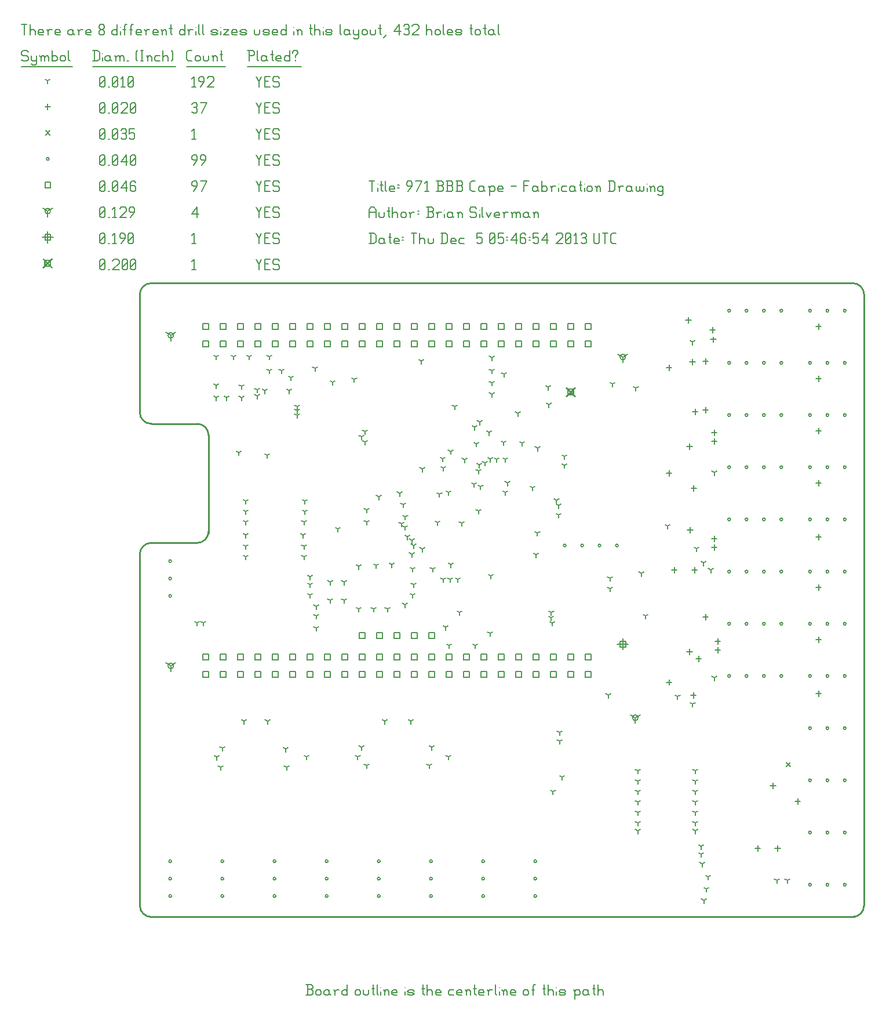
<source format=gbr>
G04 start of page 14 for group -3984 idx -3984 *
G04 Title: 971 BBB Cape, fab *
G04 Creator: pcb 20110918 *
G04 CreationDate: Thu Dec  5 05:46:54 2013 UTC *
G04 For: brians *
G04 Format: Gerber/RS-274X *
G04 PCB-Dimensions: 500000 400000 *
G04 PCB-Coordinate-Origin: lower left *
%MOIN*%
%FSLAX25Y25*%
%LNFAB*%
%ADD318C,0.0100*%
%ADD317C,0.0075*%
%ADD316C,0.0060*%
%ADD315R,0.0080X0.0080*%
%ADD314C,0.0001*%
G54D314*G36*
X313399Y340295D02*X318765Y334929D01*
X318199Y334363D01*
X312833Y339729D01*
X313399Y340295D01*
G37*
G36*
X312833Y334929D02*X318199Y340295D01*
X318765Y339729D01*
X313399Y334363D01*
X312833Y334929D01*
G37*
G54D315*X314199Y338929D02*X317399D01*
X314199D02*Y335729D01*
X317399D01*
Y338929D02*Y335729D01*
G54D314*G36*
X12600Y414216D02*X17966Y408850D01*
X17400Y408284D01*
X12034Y413650D01*
X12600Y414216D01*
G37*
G36*
X12034Y408850D02*X17400Y414216D01*
X17966Y413650D01*
X12600Y408284D01*
X12034Y408850D01*
G37*
G54D315*X13400Y412850D02*X16600D01*
X13400D02*Y409650D01*
X16600D01*
Y412850D02*Y409650D01*
G54D316*X135000Y413500D02*X136500Y410500D01*
X138000Y413500D01*
X136500Y410500D02*Y407500D01*
X139800Y410800D02*X142050D01*
X139800Y407500D02*X142800D01*
X139800Y413500D02*Y407500D01*
Y413500D02*X142800D01*
X147600D02*X148350Y412750D01*
X145350Y413500D02*X147600D01*
X144600Y412750D02*X145350Y413500D01*
X144600Y412750D02*Y411250D01*
X145350Y410500D01*
X147600D01*
X148350Y409750D01*
Y408250D01*
X147600Y407500D02*X148350Y408250D01*
X145350Y407500D02*X147600D01*
X144600Y408250D02*X145350Y407500D01*
X98000Y412300D02*X99200Y413500D01*
Y407500D01*
X98000D02*X100250D01*
X45000Y408250D02*X45750Y407500D01*
X45000Y412750D02*Y408250D01*
Y412750D02*X45750Y413500D01*
X47250D01*
X48000Y412750D01*
Y408250D01*
X47250Y407500D02*X48000Y408250D01*
X45750Y407500D02*X47250D01*
X45000Y409000D02*X48000Y412000D01*
X49800Y407500D02*X50550D01*
X52350Y412750D02*X53100Y413500D01*
X55350D01*
X56100Y412750D01*
Y411250D01*
X52350Y407500D02*X56100Y411250D01*
X52350Y407500D02*X56100D01*
X57900Y408250D02*X58650Y407500D01*
X57900Y412750D02*Y408250D01*
Y412750D02*X58650Y413500D01*
X60150D01*
X60900Y412750D01*
Y408250D01*
X60150Y407500D02*X60900Y408250D01*
X58650Y407500D02*X60150D01*
X57900Y409000D02*X60900Y412000D01*
X62700Y408250D02*X63450Y407500D01*
X62700Y412750D02*Y408250D01*
Y412750D02*X63450Y413500D01*
X64950D01*
X65700Y412750D01*
Y408250D01*
X64950Y407500D02*X65700Y408250D01*
X63450Y407500D02*X64950D01*
X62700Y409000D02*X65700Y412000D01*
X345799Y195529D02*Y189129D01*
X342599Y192329D02*X348999D01*
X344199Y193929D02*X347399D01*
X344199D02*Y190729D01*
X347399D01*
Y193929D02*Y190729D01*
X15000Y429450D02*Y423050D01*
X11800Y426250D02*X18200D01*
X13400Y427850D02*X16600D01*
X13400D02*Y424650D01*
X16600D01*
Y427850D02*Y424650D01*
X135000Y428500D02*X136500Y425500D01*
X138000Y428500D01*
X136500Y425500D02*Y422500D01*
X139800Y425800D02*X142050D01*
X139800Y422500D02*X142800D01*
X139800Y428500D02*Y422500D01*
Y428500D02*X142800D01*
X147600D02*X148350Y427750D01*
X145350Y428500D02*X147600D01*
X144600Y427750D02*X145350Y428500D01*
X144600Y427750D02*Y426250D01*
X145350Y425500D01*
X147600D01*
X148350Y424750D01*
Y423250D01*
X147600Y422500D02*X148350Y423250D01*
X145350Y422500D02*X147600D01*
X144600Y423250D02*X145350Y422500D01*
X98000Y427300D02*X99200Y428500D01*
Y422500D01*
X98000D02*X100250D01*
X45000Y423250D02*X45750Y422500D01*
X45000Y427750D02*Y423250D01*
Y427750D02*X45750Y428500D01*
X47250D01*
X48000Y427750D01*
Y423250D01*
X47250Y422500D02*X48000Y423250D01*
X45750Y422500D02*X47250D01*
X45000Y424000D02*X48000Y427000D01*
X49800Y422500D02*X50550D01*
X52350Y427300D02*X53550Y428500D01*
Y422500D01*
X52350D02*X54600D01*
X57150D02*X59400Y425500D01*
Y427750D02*Y425500D01*
X58650Y428500D02*X59400Y427750D01*
X57150Y428500D02*X58650D01*
X56400Y427750D02*X57150Y428500D01*
X56400Y427750D02*Y426250D01*
X57150Y425500D01*
X59400D01*
X61200Y423250D02*X61950Y422500D01*
X61200Y427750D02*Y423250D01*
Y427750D02*X61950Y428500D01*
X63450D01*
X64200Y427750D01*
Y423250D01*
X63450Y422500D02*X64200Y423250D01*
X61950Y422500D02*X63450D01*
X61200Y424000D02*X64200Y427000D01*
X85799Y179829D02*Y176629D01*
Y179829D02*X88572Y181429D01*
X85799Y179829D02*X83026Y181429D01*
X84199Y179829D02*G75*G03X87399Y179829I1600J0D01*G01*
G75*G03X84199Y179829I-1600J0D01*G01*
X85799Y369829D02*Y366629D01*
Y369829D02*X88572Y371429D01*
X85799Y369829D02*X83026Y371429D01*
X84199Y369829D02*G75*G03X87399Y369829I1600J0D01*G01*
G75*G03X84199Y369829I-1600J0D01*G01*
X345799Y357329D02*Y354129D01*
Y357329D02*X348572Y358929D01*
X345799Y357329D02*X343026Y358929D01*
X344199Y357329D02*G75*G03X347399Y357329I1600J0D01*G01*
G75*G03X344199Y357329I-1600J0D01*G01*
X353000Y150000D02*Y146800D01*
Y150000D02*X355773Y151600D01*
X353000Y150000D02*X350227Y151600D01*
X351400Y150000D02*G75*G03X354600Y150000I1600J0D01*G01*
G75*G03X351400Y150000I-1600J0D01*G01*
X15000Y441250D02*Y438050D01*
Y441250D02*X17773Y442850D01*
X15000Y441250D02*X12227Y442850D01*
X13400Y441250D02*G75*G03X16600Y441250I1600J0D01*G01*
G75*G03X13400Y441250I-1600J0D01*G01*
X135000Y443500D02*X136500Y440500D01*
X138000Y443500D01*
X136500Y440500D02*Y437500D01*
X139800Y440800D02*X142050D01*
X139800Y437500D02*X142800D01*
X139800Y443500D02*Y437500D01*
Y443500D02*X142800D01*
X147600D02*X148350Y442750D01*
X145350Y443500D02*X147600D01*
X144600Y442750D02*X145350Y443500D01*
X144600Y442750D02*Y441250D01*
X145350Y440500D01*
X147600D01*
X148350Y439750D01*
Y438250D01*
X147600Y437500D02*X148350Y438250D01*
X145350Y437500D02*X147600D01*
X144600Y438250D02*X145350Y437500D01*
X98000Y439750D02*X101000Y443500D01*
X98000Y439750D02*X101750D01*
X101000Y443500D02*Y437500D01*
X45000Y438250D02*X45750Y437500D01*
X45000Y442750D02*Y438250D01*
Y442750D02*X45750Y443500D01*
X47250D01*
X48000Y442750D01*
Y438250D01*
X47250Y437500D02*X48000Y438250D01*
X45750Y437500D02*X47250D01*
X45000Y439000D02*X48000Y442000D01*
X49800Y437500D02*X50550D01*
X52350Y442300D02*X53550Y443500D01*
Y437500D01*
X52350D02*X54600D01*
X56400Y442750D02*X57150Y443500D01*
X59400D01*
X60150Y442750D01*
Y441250D01*
X56400Y437500D02*X60150Y441250D01*
X56400Y437500D02*X60150D01*
X62700D02*X64950Y440500D01*
Y442750D02*Y440500D01*
X64200Y443500D02*X64950Y442750D01*
X62700Y443500D02*X64200D01*
X61950Y442750D02*X62700Y443500D01*
X61950Y442750D02*Y441250D01*
X62700Y440500D01*
X64950D01*
X104199Y186429D02*X107399D01*
X104199D02*Y183229D01*
X107399D01*
Y186429D02*Y183229D01*
X104199Y176429D02*X107399D01*
X104199D02*Y173229D01*
X107399D01*
Y176429D02*Y173229D01*
X114199Y186429D02*X117399D01*
X114199D02*Y183229D01*
X117399D01*
Y186429D02*Y183229D01*
X114199Y176429D02*X117399D01*
X114199D02*Y173229D01*
X117399D01*
Y176429D02*Y173229D01*
X124199Y186429D02*X127399D01*
X124199D02*Y183229D01*
X127399D01*
Y186429D02*Y183229D01*
X124199Y176429D02*X127399D01*
X124199D02*Y173229D01*
X127399D01*
Y176429D02*Y173229D01*
X134199Y186429D02*X137399D01*
X134199D02*Y183229D01*
X137399D01*
Y186429D02*Y183229D01*
X134199Y176429D02*X137399D01*
X134199D02*Y173229D01*
X137399D01*
Y176429D02*Y173229D01*
X144199Y186429D02*X147399D01*
X144199D02*Y183229D01*
X147399D01*
Y186429D02*Y183229D01*
X144199Y176429D02*X147399D01*
X144199D02*Y173229D01*
X147399D01*
Y176429D02*Y173229D01*
X154199Y186429D02*X157399D01*
X154199D02*Y183229D01*
X157399D01*
Y186429D02*Y183229D01*
X154199Y176429D02*X157399D01*
X154199D02*Y173229D01*
X157399D01*
Y176429D02*Y173229D01*
X164199Y186429D02*X167399D01*
X164199D02*Y183229D01*
X167399D01*
Y186429D02*Y183229D01*
X164199Y176429D02*X167399D01*
X164199D02*Y173229D01*
X167399D01*
Y176429D02*Y173229D01*
X174199Y186429D02*X177399D01*
X174199D02*Y183229D01*
X177399D01*
Y186429D02*Y183229D01*
X174199Y176429D02*X177399D01*
X174199D02*Y173229D01*
X177399D01*
Y176429D02*Y173229D01*
X184199Y186429D02*X187399D01*
X184199D02*Y183229D01*
X187399D01*
Y186429D02*Y183229D01*
X184199Y176429D02*X187399D01*
X184199D02*Y173229D01*
X187399D01*
Y176429D02*Y173229D01*
X194199Y186429D02*X197399D01*
X194199D02*Y183229D01*
X197399D01*
Y186429D02*Y183229D01*
X194199Y176429D02*X197399D01*
X194199D02*Y173229D01*
X197399D01*
Y176429D02*Y173229D01*
X204199Y186429D02*X207399D01*
X204199D02*Y183229D01*
X207399D01*
Y186429D02*Y183229D01*
X204199Y176429D02*X207399D01*
X204199D02*Y173229D01*
X207399D01*
Y176429D02*Y173229D01*
X214199Y186429D02*X217399D01*
X214199D02*Y183229D01*
X217399D01*
Y186429D02*Y183229D01*
X214199Y176429D02*X217399D01*
X214199D02*Y173229D01*
X217399D01*
Y176429D02*Y173229D01*
X224199Y186429D02*X227399D01*
X224199D02*Y183229D01*
X227399D01*
Y186429D02*Y183229D01*
X224199Y176429D02*X227399D01*
X224199D02*Y173229D01*
X227399D01*
Y176429D02*Y173229D01*
X234199Y186429D02*X237399D01*
X234199D02*Y183229D01*
X237399D01*
Y186429D02*Y183229D01*
X234199Y176429D02*X237399D01*
X234199D02*Y173229D01*
X237399D01*
Y176429D02*Y173229D01*
X244199Y186429D02*X247399D01*
X244199D02*Y183229D01*
X247399D01*
Y186429D02*Y183229D01*
X244199Y176429D02*X247399D01*
X244199D02*Y173229D01*
X247399D01*
Y176429D02*Y173229D01*
X254199Y186429D02*X257399D01*
X254199D02*Y183229D01*
X257399D01*
Y186429D02*Y183229D01*
X254199Y176429D02*X257399D01*
X254199D02*Y173229D01*
X257399D01*
Y176429D02*Y173229D01*
X264199Y186429D02*X267399D01*
X264199D02*Y183229D01*
X267399D01*
Y186429D02*Y183229D01*
X264199Y176429D02*X267399D01*
X264199D02*Y173229D01*
X267399D01*
Y176429D02*Y173229D01*
X274199Y186429D02*X277399D01*
X274199D02*Y183229D01*
X277399D01*
Y186429D02*Y183229D01*
X274199Y176429D02*X277399D01*
X274199D02*Y173229D01*
X277399D01*
Y176429D02*Y173229D01*
X284199Y186429D02*X287399D01*
X284199D02*Y183229D01*
X287399D01*
Y186429D02*Y183229D01*
X284199Y176429D02*X287399D01*
X284199D02*Y173229D01*
X287399D01*
Y176429D02*Y173229D01*
X294199Y186429D02*X297399D01*
X294199D02*Y183229D01*
X297399D01*
Y186429D02*Y183229D01*
X294199Y176429D02*X297399D01*
X294199D02*Y173229D01*
X297399D01*
Y176429D02*Y173229D01*
X304199Y186429D02*X307399D01*
X304199D02*Y183229D01*
X307399D01*
Y186429D02*Y183229D01*
X304199Y176429D02*X307399D01*
X304199D02*Y173229D01*
X307399D01*
Y176429D02*Y173229D01*
X314199Y186429D02*X317399D01*
X314199D02*Y183229D01*
X317399D01*
Y186429D02*Y183229D01*
X314199Y176429D02*X317399D01*
X314199D02*Y173229D01*
X317399D01*
Y176429D02*Y173229D01*
X324199Y186429D02*X327399D01*
X324199D02*Y183229D01*
X327399D01*
Y186429D02*Y183229D01*
X324199Y176429D02*X327399D01*
X324199D02*Y173229D01*
X327399D01*
Y176429D02*Y173229D01*
X104199Y376429D02*X107399D01*
X104199D02*Y373229D01*
X107399D01*
Y376429D02*Y373229D01*
X104199Y366429D02*X107399D01*
X104199D02*Y363229D01*
X107399D01*
Y366429D02*Y363229D01*
X114199Y376429D02*X117399D01*
X114199D02*Y373229D01*
X117399D01*
Y376429D02*Y373229D01*
X114199Y366429D02*X117399D01*
X114199D02*Y363229D01*
X117399D01*
Y366429D02*Y363229D01*
X124199Y376429D02*X127399D01*
X124199D02*Y373229D01*
X127399D01*
Y376429D02*Y373229D01*
X124199Y366429D02*X127399D01*
X124199D02*Y363229D01*
X127399D01*
Y366429D02*Y363229D01*
X134199Y376429D02*X137399D01*
X134199D02*Y373229D01*
X137399D01*
Y376429D02*Y373229D01*
X134199Y366429D02*X137399D01*
X134199D02*Y363229D01*
X137399D01*
Y366429D02*Y363229D01*
X144199Y376429D02*X147399D01*
X144199D02*Y373229D01*
X147399D01*
Y376429D02*Y373229D01*
X144199Y366429D02*X147399D01*
X144199D02*Y363229D01*
X147399D01*
Y366429D02*Y363229D01*
X154199Y376429D02*X157399D01*
X154199D02*Y373229D01*
X157399D01*
Y376429D02*Y373229D01*
X154199Y366429D02*X157399D01*
X154199D02*Y363229D01*
X157399D01*
Y366429D02*Y363229D01*
X164199Y376429D02*X167399D01*
X164199D02*Y373229D01*
X167399D01*
Y376429D02*Y373229D01*
X164199Y366429D02*X167399D01*
X164199D02*Y363229D01*
X167399D01*
Y366429D02*Y363229D01*
X174199Y376429D02*X177399D01*
X174199D02*Y373229D01*
X177399D01*
Y376429D02*Y373229D01*
X174199Y366429D02*X177399D01*
X174199D02*Y363229D01*
X177399D01*
Y366429D02*Y363229D01*
X184199Y376429D02*X187399D01*
X184199D02*Y373229D01*
X187399D01*
Y376429D02*Y373229D01*
X184199Y366429D02*X187399D01*
X184199D02*Y363229D01*
X187399D01*
Y366429D02*Y363229D01*
X194199Y376429D02*X197399D01*
X194199D02*Y373229D01*
X197399D01*
Y376429D02*Y373229D01*
X194199Y366429D02*X197399D01*
X194199D02*Y363229D01*
X197399D01*
Y366429D02*Y363229D01*
X204199Y376429D02*X207399D01*
X204199D02*Y373229D01*
X207399D01*
Y376429D02*Y373229D01*
X204199Y366429D02*X207399D01*
X204199D02*Y363229D01*
X207399D01*
Y366429D02*Y363229D01*
X214199Y376429D02*X217399D01*
X214199D02*Y373229D01*
X217399D01*
Y376429D02*Y373229D01*
X214199Y366429D02*X217399D01*
X214199D02*Y363229D01*
X217399D01*
Y366429D02*Y363229D01*
X224199Y376429D02*X227399D01*
X224199D02*Y373229D01*
X227399D01*
Y376429D02*Y373229D01*
X224199Y366429D02*X227399D01*
X224199D02*Y363229D01*
X227399D01*
Y366429D02*Y363229D01*
X234199Y376429D02*X237399D01*
X234199D02*Y373229D01*
X237399D01*
Y376429D02*Y373229D01*
X234199Y366429D02*X237399D01*
X234199D02*Y363229D01*
X237399D01*
Y366429D02*Y363229D01*
X244199Y376429D02*X247399D01*
X244199D02*Y373229D01*
X247399D01*
Y376429D02*Y373229D01*
X244199Y366429D02*X247399D01*
X244199D02*Y363229D01*
X247399D01*
Y366429D02*Y363229D01*
X254199Y376429D02*X257399D01*
X254199D02*Y373229D01*
X257399D01*
Y376429D02*Y373229D01*
X254199Y366429D02*X257399D01*
X254199D02*Y363229D01*
X257399D01*
Y366429D02*Y363229D01*
X264199Y376429D02*X267399D01*
X264199D02*Y373229D01*
X267399D01*
Y376429D02*Y373229D01*
X264199Y366429D02*X267399D01*
X264199D02*Y363229D01*
X267399D01*
Y366429D02*Y363229D01*
X274199Y376429D02*X277399D01*
X274199D02*Y373229D01*
X277399D01*
Y376429D02*Y373229D01*
X274199Y366429D02*X277399D01*
X274199D02*Y363229D01*
X277399D01*
Y366429D02*Y363229D01*
X284199Y376429D02*X287399D01*
X284199D02*Y373229D01*
X287399D01*
Y376429D02*Y373229D01*
X284199Y366429D02*X287399D01*
X284199D02*Y363229D01*
X287399D01*
Y366429D02*Y363229D01*
X294199Y376429D02*X297399D01*
X294199D02*Y373229D01*
X297399D01*
Y376429D02*Y373229D01*
X294199Y366429D02*X297399D01*
X294199D02*Y363229D01*
X297399D01*
Y366429D02*Y363229D01*
X304199Y376429D02*X307399D01*
X304199D02*Y373229D01*
X307399D01*
Y376429D02*Y373229D01*
X304199Y366429D02*X307399D01*
X304199D02*Y363229D01*
X307399D01*
Y366429D02*Y363229D01*
X314199Y376429D02*X317399D01*
X314199D02*Y373229D01*
X317399D01*
Y376429D02*Y373229D01*
X314199Y366429D02*X317399D01*
X314199D02*Y363229D01*
X317399D01*
Y366429D02*Y363229D01*
X324199Y376429D02*X327399D01*
X324199D02*Y373229D01*
X327399D01*
Y376429D02*Y373229D01*
X324199Y366429D02*X327399D01*
X324199D02*Y363229D01*
X327399D01*
Y366429D02*Y363229D01*
X194199Y198929D02*X197399D01*
X194199D02*Y195729D01*
X197399D01*
Y198929D02*Y195729D01*
X204199Y198929D02*X207399D01*
X204199D02*Y195729D01*
X207399D01*
Y198929D02*Y195729D01*
X214199Y198929D02*X217399D01*
X214199D02*Y195729D01*
X217399D01*
Y198929D02*Y195729D01*
X224199Y198929D02*X227399D01*
X224199D02*Y195729D01*
X227399D01*
Y198929D02*Y195729D01*
X234199Y198929D02*X237399D01*
X234199D02*Y195729D01*
X237399D01*
Y198929D02*Y195729D01*
X13400Y457850D02*X16600D01*
X13400D02*Y454650D01*
X16600D01*
Y457850D02*Y454650D01*
X135000Y458500D02*X136500Y455500D01*
X138000Y458500D01*
X136500Y455500D02*Y452500D01*
X139800Y455800D02*X142050D01*
X139800Y452500D02*X142800D01*
X139800Y458500D02*Y452500D01*
Y458500D02*X142800D01*
X147600D02*X148350Y457750D01*
X145350Y458500D02*X147600D01*
X144600Y457750D02*X145350Y458500D01*
X144600Y457750D02*Y456250D01*
X145350Y455500D01*
X147600D01*
X148350Y454750D01*
Y453250D01*
X147600Y452500D02*X148350Y453250D01*
X145350Y452500D02*X147600D01*
X144600Y453250D02*X145350Y452500D01*
X98750D02*X101000Y455500D01*
Y457750D02*Y455500D01*
X100250Y458500D02*X101000Y457750D01*
X98750Y458500D02*X100250D01*
X98000Y457750D02*X98750Y458500D01*
X98000Y457750D02*Y456250D01*
X98750Y455500D01*
X101000D01*
X103550Y452500D02*X106550Y458500D01*
X102800D02*X106550D01*
X45000Y453250D02*X45750Y452500D01*
X45000Y457750D02*Y453250D01*
Y457750D02*X45750Y458500D01*
X47250D01*
X48000Y457750D01*
Y453250D01*
X47250Y452500D02*X48000Y453250D01*
X45750Y452500D02*X47250D01*
X45000Y454000D02*X48000Y457000D01*
X49800Y452500D02*X50550D01*
X52350Y453250D02*X53100Y452500D01*
X52350Y457750D02*Y453250D01*
Y457750D02*X53100Y458500D01*
X54600D01*
X55350Y457750D01*
Y453250D01*
X54600Y452500D02*X55350Y453250D01*
X53100Y452500D02*X54600D01*
X52350Y454000D02*X55350Y457000D01*
X57150Y454750D02*X60150Y458500D01*
X57150Y454750D02*X60900D01*
X60150Y458500D02*Y452500D01*
X64950Y458500D02*X65700Y457750D01*
X63450Y458500D02*X64950D01*
X62700Y457750D02*X63450Y458500D01*
X62700Y457750D02*Y453250D01*
X63450Y452500D01*
X64950Y455800D02*X65700Y455050D01*
X62700Y455800D02*X64950D01*
X63450Y452500D02*X64950D01*
X65700Y453250D01*
Y455050D02*Y453250D01*
X452700Y384000D02*G75*G03X454300Y384000I800J0D01*G01*
G75*G03X452700Y384000I-800J0D01*G01*
X462700D02*G75*G03X464300Y384000I800J0D01*G01*
G75*G03X462700Y384000I-800J0D01*G01*
X472700D02*G75*G03X474300Y384000I800J0D01*G01*
G75*G03X472700Y384000I-800J0D01*G01*
X452700Y324000D02*G75*G03X454300Y324000I800J0D01*G01*
G75*G03X452700Y324000I-800J0D01*G01*
X462700D02*G75*G03X464300Y324000I800J0D01*G01*
G75*G03X462700Y324000I-800J0D01*G01*
X472700D02*G75*G03X474300Y324000I800J0D01*G01*
G75*G03X472700Y324000I-800J0D01*G01*
X452700Y294000D02*G75*G03X454300Y294000I800J0D01*G01*
G75*G03X452700Y294000I-800J0D01*G01*
X462700D02*G75*G03X464300Y294000I800J0D01*G01*
G75*G03X462700Y294000I-800J0D01*G01*
X472700D02*G75*G03X474300Y294000I800J0D01*G01*
G75*G03X472700Y294000I-800J0D01*G01*
X452700Y264000D02*G75*G03X454300Y264000I800J0D01*G01*
G75*G03X452700Y264000I-800J0D01*G01*
X462700D02*G75*G03X464300Y264000I800J0D01*G01*
G75*G03X462700Y264000I-800J0D01*G01*
X472700D02*G75*G03X474300Y264000I800J0D01*G01*
G75*G03X472700Y264000I-800J0D01*G01*
X452700Y234000D02*G75*G03X454300Y234000I800J0D01*G01*
G75*G03X452700Y234000I-800J0D01*G01*
X462700D02*G75*G03X464300Y234000I800J0D01*G01*
G75*G03X462700Y234000I-800J0D01*G01*
X472700D02*G75*G03X474300Y234000I800J0D01*G01*
G75*G03X472700Y234000I-800J0D01*G01*
X452700Y204000D02*G75*G03X454300Y204000I800J0D01*G01*
G75*G03X452700Y204000I-800J0D01*G01*
X462700D02*G75*G03X464300Y204000I800J0D01*G01*
G75*G03X462700Y204000I-800J0D01*G01*
X472700D02*G75*G03X474300Y204000I800J0D01*G01*
G75*G03X472700Y204000I-800J0D01*G01*
X452700Y174000D02*G75*G03X454300Y174000I800J0D01*G01*
G75*G03X452700Y174000I-800J0D01*G01*
X462700D02*G75*G03X464300Y174000I800J0D01*G01*
G75*G03X462700Y174000I-800J0D01*G01*
X472700D02*G75*G03X474300Y174000I800J0D01*G01*
G75*G03X472700Y174000I-800J0D01*G01*
X452700Y144000D02*G75*G03X454300Y144000I800J0D01*G01*
G75*G03X452700Y144000I-800J0D01*G01*
X462700D02*G75*G03X464300Y144000I800J0D01*G01*
G75*G03X462700Y144000I-800J0D01*G01*
X472700D02*G75*G03X474300Y144000I800J0D01*G01*
G75*G03X472700Y144000I-800J0D01*G01*
X452700Y114000D02*G75*G03X454300Y114000I800J0D01*G01*
G75*G03X452700Y114000I-800J0D01*G01*
X462700D02*G75*G03X464300Y114000I800J0D01*G01*
G75*G03X462700Y114000I-800J0D01*G01*
X472700D02*G75*G03X474300Y114000I800J0D01*G01*
G75*G03X472700Y114000I-800J0D01*G01*
X452700Y84000D02*G75*G03X454300Y84000I800J0D01*G01*
G75*G03X452700Y84000I-800J0D01*G01*
X462700D02*G75*G03X464300Y84000I800J0D01*G01*
G75*G03X462700Y84000I-800J0D01*G01*
X472700D02*G75*G03X474300Y84000I800J0D01*G01*
G75*G03X472700Y84000I-800J0D01*G01*
X452700Y54000D02*G75*G03X454300Y54000I800J0D01*G01*
G75*G03X452700Y54000I-800J0D01*G01*
X462700D02*G75*G03X464300Y54000I800J0D01*G01*
G75*G03X462700Y54000I-800J0D01*G01*
X472700D02*G75*G03X474300Y54000I800J0D01*G01*
G75*G03X472700Y54000I-800J0D01*G01*
X406200Y384000D02*G75*G03X407800Y384000I800J0D01*G01*
G75*G03X406200Y384000I-800J0D01*G01*
X416200D02*G75*G03X417800Y384000I800J0D01*G01*
G75*G03X416200Y384000I-800J0D01*G01*
X426200D02*G75*G03X427800Y384000I800J0D01*G01*
G75*G03X426200Y384000I-800J0D01*G01*
X436200D02*G75*G03X437800Y384000I800J0D01*G01*
G75*G03X436200Y384000I-800J0D01*G01*
X406200Y174000D02*G75*G03X407800Y174000I800J0D01*G01*
G75*G03X406200Y174000I-800J0D01*G01*
X416200D02*G75*G03X417800Y174000I800J0D01*G01*
G75*G03X416200Y174000I-800J0D01*G01*
X426200D02*G75*G03X427800Y174000I800J0D01*G01*
G75*G03X426200Y174000I-800J0D01*G01*
X436200D02*G75*G03X437800Y174000I800J0D01*G01*
G75*G03X436200Y174000I-800J0D01*G01*
X406200Y204000D02*G75*G03X407800Y204000I800J0D01*G01*
G75*G03X406200Y204000I-800J0D01*G01*
X416200D02*G75*G03X417800Y204000I800J0D01*G01*
G75*G03X416200Y204000I-800J0D01*G01*
X426200D02*G75*G03X427800Y204000I800J0D01*G01*
G75*G03X426200Y204000I-800J0D01*G01*
X436200D02*G75*G03X437800Y204000I800J0D01*G01*
G75*G03X436200Y204000I-800J0D01*G01*
X406200Y234000D02*G75*G03X407800Y234000I800J0D01*G01*
G75*G03X406200Y234000I-800J0D01*G01*
X416200D02*G75*G03X417800Y234000I800J0D01*G01*
G75*G03X416200Y234000I-800J0D01*G01*
X426200D02*G75*G03X427800Y234000I800J0D01*G01*
G75*G03X426200Y234000I-800J0D01*G01*
X436200D02*G75*G03X437800Y234000I800J0D01*G01*
G75*G03X436200Y234000I-800J0D01*G01*
X406200Y264000D02*G75*G03X407800Y264000I800J0D01*G01*
G75*G03X406200Y264000I-800J0D01*G01*
X416200D02*G75*G03X417800Y264000I800J0D01*G01*
G75*G03X416200Y264000I-800J0D01*G01*
X426200D02*G75*G03X427800Y264000I800J0D01*G01*
G75*G03X426200Y264000I-800J0D01*G01*
X436200D02*G75*G03X437800Y264000I800J0D01*G01*
G75*G03X436200Y264000I-800J0D01*G01*
X406200Y294000D02*G75*G03X407800Y294000I800J0D01*G01*
G75*G03X406200Y294000I-800J0D01*G01*
X416200D02*G75*G03X417800Y294000I800J0D01*G01*
G75*G03X416200Y294000I-800J0D01*G01*
X426200D02*G75*G03X427800Y294000I800J0D01*G01*
G75*G03X426200Y294000I-800J0D01*G01*
X436200D02*G75*G03X437800Y294000I800J0D01*G01*
G75*G03X436200Y294000I-800J0D01*G01*
X406200Y324000D02*G75*G03X407800Y324000I800J0D01*G01*
G75*G03X406200Y324000I-800J0D01*G01*
X416200D02*G75*G03X417800Y324000I800J0D01*G01*
G75*G03X416200Y324000I-800J0D01*G01*
X426200D02*G75*G03X427800Y324000I800J0D01*G01*
G75*G03X426200Y324000I-800J0D01*G01*
X436200D02*G75*G03X437800Y324000I800J0D01*G01*
G75*G03X436200Y324000I-800J0D01*G01*
X452700Y354000D02*G75*G03X454300Y354000I800J0D01*G01*
G75*G03X452700Y354000I-800J0D01*G01*
X462700D02*G75*G03X464300Y354000I800J0D01*G01*
G75*G03X462700Y354000I-800J0D01*G01*
X472700D02*G75*G03X474300Y354000I800J0D01*G01*
G75*G03X472700Y354000I-800J0D01*G01*
X406200D02*G75*G03X407800Y354000I800J0D01*G01*
G75*G03X406200Y354000I-800J0D01*G01*
X416200D02*G75*G03X417800Y354000I800J0D01*G01*
G75*G03X416200Y354000I-800J0D01*G01*
X426200D02*G75*G03X427800Y354000I800J0D01*G01*
G75*G03X426200Y354000I-800J0D01*G01*
X436200D02*G75*G03X437800Y354000I800J0D01*G01*
G75*G03X436200Y354000I-800J0D01*G01*
X204641Y47500D02*G75*G03X206241Y47500I800J0D01*G01*
G75*G03X204641Y47500I-800J0D01*G01*
Y57500D02*G75*G03X206241Y57500I800J0D01*G01*
G75*G03X204641Y57500I-800J0D01*G01*
Y67500D02*G75*G03X206241Y67500I800J0D01*G01*
G75*G03X204641Y67500I-800J0D01*G01*
X234641Y47500D02*G75*G03X236241Y47500I800J0D01*G01*
G75*G03X234641Y47500I-800J0D01*G01*
Y57500D02*G75*G03X236241Y57500I800J0D01*G01*
G75*G03X234641Y57500I-800J0D01*G01*
Y67500D02*G75*G03X236241Y67500I800J0D01*G01*
G75*G03X234641Y67500I-800J0D01*G01*
X264641Y47500D02*G75*G03X266241Y47500I800J0D01*G01*
G75*G03X264641Y47500I-800J0D01*G01*
Y57500D02*G75*G03X266241Y57500I800J0D01*G01*
G75*G03X264641Y57500I-800J0D01*G01*
Y67500D02*G75*G03X266241Y67500I800J0D01*G01*
G75*G03X264641Y67500I-800J0D01*G01*
X294641Y47500D02*G75*G03X296241Y47500I800J0D01*G01*
G75*G03X294641Y47500I-800J0D01*G01*
Y57500D02*G75*G03X296241Y57500I800J0D01*G01*
G75*G03X294641Y57500I-800J0D01*G01*
Y67500D02*G75*G03X296241Y67500I800J0D01*G01*
G75*G03X294641Y67500I-800J0D01*G01*
X174641Y47500D02*G75*G03X176241Y47500I800J0D01*G01*
G75*G03X174641Y47500I-800J0D01*G01*
Y57500D02*G75*G03X176241Y57500I800J0D01*G01*
G75*G03X174641Y57500I-800J0D01*G01*
Y67500D02*G75*G03X176241Y67500I800J0D01*G01*
G75*G03X174641Y67500I-800J0D01*G01*
X144641Y47500D02*G75*G03X146241Y47500I800J0D01*G01*
G75*G03X144641Y47500I-800J0D01*G01*
Y57500D02*G75*G03X146241Y57500I800J0D01*G01*
G75*G03X144641Y57500I-800J0D01*G01*
Y67500D02*G75*G03X146241Y67500I800J0D01*G01*
G75*G03X144641Y67500I-800J0D01*G01*
X114641Y47500D02*G75*G03X116241Y47500I800J0D01*G01*
G75*G03X114641Y47500I-800J0D01*G01*
Y57500D02*G75*G03X116241Y57500I800J0D01*G01*
G75*G03X114641Y57500I-800J0D01*G01*
Y67500D02*G75*G03X116241Y67500I800J0D01*G01*
G75*G03X114641Y67500I-800J0D01*G01*
X84641Y47500D02*G75*G03X86241Y47500I800J0D01*G01*
G75*G03X84641Y47500I-800J0D01*G01*
Y57500D02*G75*G03X86241Y57500I800J0D01*G01*
G75*G03X84641Y57500I-800J0D01*G01*
Y67500D02*G75*G03X86241Y67500I800J0D01*G01*
G75*G03X84641Y67500I-800J0D01*G01*
X311641Y249000D02*G75*G03X313241Y249000I800J0D01*G01*
G75*G03X311641Y249000I-800J0D01*G01*
X321641D02*G75*G03X323241Y249000I800J0D01*G01*
G75*G03X321641Y249000I-800J0D01*G01*
X331641D02*G75*G03X333241Y249000I800J0D01*G01*
G75*G03X331641Y249000I-800J0D01*G01*
X341641D02*G75*G03X343241Y249000I800J0D01*G01*
G75*G03X341641Y249000I-800J0D01*G01*
X84641Y240000D02*G75*G03X86241Y240000I800J0D01*G01*
G75*G03X84641Y240000I-800J0D01*G01*
Y230000D02*G75*G03X86241Y230000I800J0D01*G01*
G75*G03X84641Y230000I-800J0D01*G01*
Y220000D02*G75*G03X86241Y220000I800J0D01*G01*
G75*G03X84641Y220000I-800J0D01*G01*
X14200Y471250D02*G75*G03X15800Y471250I800J0D01*G01*
G75*G03X14200Y471250I-800J0D01*G01*
X135000Y473500D02*X136500Y470500D01*
X138000Y473500D01*
X136500Y470500D02*Y467500D01*
X139800Y470800D02*X142050D01*
X139800Y467500D02*X142800D01*
X139800Y473500D02*Y467500D01*
Y473500D02*X142800D01*
X147600D02*X148350Y472750D01*
X145350Y473500D02*X147600D01*
X144600Y472750D02*X145350Y473500D01*
X144600Y472750D02*Y471250D01*
X145350Y470500D01*
X147600D01*
X148350Y469750D01*
Y468250D01*
X147600Y467500D02*X148350Y468250D01*
X145350Y467500D02*X147600D01*
X144600Y468250D02*X145350Y467500D01*
X98750D02*X101000Y470500D01*
Y472750D02*Y470500D01*
X100250Y473500D02*X101000Y472750D01*
X98750Y473500D02*X100250D01*
X98000Y472750D02*X98750Y473500D01*
X98000Y472750D02*Y471250D01*
X98750Y470500D01*
X101000D01*
X103550Y467500D02*X105800Y470500D01*
Y472750D02*Y470500D01*
X105050Y473500D02*X105800Y472750D01*
X103550Y473500D02*X105050D01*
X102800Y472750D02*X103550Y473500D01*
X102800Y472750D02*Y471250D01*
X103550Y470500D01*
X105800D01*
X45000Y468250D02*X45750Y467500D01*
X45000Y472750D02*Y468250D01*
Y472750D02*X45750Y473500D01*
X47250D01*
X48000Y472750D01*
Y468250D01*
X47250Y467500D02*X48000Y468250D01*
X45750Y467500D02*X47250D01*
X45000Y469000D02*X48000Y472000D01*
X49800Y467500D02*X50550D01*
X52350Y468250D02*X53100Y467500D01*
X52350Y472750D02*Y468250D01*
Y472750D02*X53100Y473500D01*
X54600D01*
X55350Y472750D01*
Y468250D01*
X54600Y467500D02*X55350Y468250D01*
X53100Y467500D02*X54600D01*
X52350Y469000D02*X55350Y472000D01*
X57150Y469750D02*X60150Y473500D01*
X57150Y469750D02*X60900D01*
X60150Y473500D02*Y467500D01*
X62700Y468250D02*X63450Y467500D01*
X62700Y472750D02*Y468250D01*
Y472750D02*X63450Y473500D01*
X64950D01*
X65700Y472750D01*
Y468250D01*
X64950Y467500D02*X65700Y468250D01*
X63450Y467500D02*X64950D01*
X62700Y469000D02*X65700Y472000D01*
X439741Y124200D02*X442141Y121800D01*
X439741D02*X442141Y124200D01*
X13800Y487450D02*X16200Y485050D01*
X13800D02*X16200Y487450D01*
X135000Y488500D02*X136500Y485500D01*
X138000Y488500D01*
X136500Y485500D02*Y482500D01*
X139800Y485800D02*X142050D01*
X139800Y482500D02*X142800D01*
X139800Y488500D02*Y482500D01*
Y488500D02*X142800D01*
X147600D02*X148350Y487750D01*
X145350Y488500D02*X147600D01*
X144600Y487750D02*X145350Y488500D01*
X144600Y487750D02*Y486250D01*
X145350Y485500D01*
X147600D01*
X148350Y484750D01*
Y483250D01*
X147600Y482500D02*X148350Y483250D01*
X145350Y482500D02*X147600D01*
X144600Y483250D02*X145350Y482500D01*
X98000Y487300D02*X99200Y488500D01*
Y482500D01*
X98000D02*X100250D01*
X45000Y483250D02*X45750Y482500D01*
X45000Y487750D02*Y483250D01*
Y487750D02*X45750Y488500D01*
X47250D01*
X48000Y487750D01*
Y483250D01*
X47250Y482500D02*X48000Y483250D01*
X45750Y482500D02*X47250D01*
X45000Y484000D02*X48000Y487000D01*
X49800Y482500D02*X50550D01*
X52350Y483250D02*X53100Y482500D01*
X52350Y487750D02*Y483250D01*
Y487750D02*X53100Y488500D01*
X54600D01*
X55350Y487750D01*
Y483250D01*
X54600Y482500D02*X55350Y483250D01*
X53100Y482500D02*X54600D01*
X52350Y484000D02*X55350Y487000D01*
X57150Y487750D02*X57900Y488500D01*
X59400D01*
X60150Y487750D01*
X59400Y482500D02*X60150Y483250D01*
X57900Y482500D02*X59400D01*
X57150Y483250D02*X57900Y482500D01*
Y485800D02*X59400D01*
X60150Y487750D02*Y486550D01*
Y485050D02*Y483250D01*
Y485050D02*X59400Y485800D01*
X60150Y486550D02*X59400Y485800D01*
X61950Y488500D02*X64950D01*
X61950D02*Y485500D01*
X62700Y486250D01*
X64200D01*
X64950Y485500D01*
Y483250D01*
X64200Y482500D02*X64950Y483250D01*
X62700Y482500D02*X64200D01*
X61950Y483250D02*X62700Y482500D01*
X432324Y112600D02*Y109400D01*
X430724Y111000D02*X433924D01*
X386441Y164600D02*Y161400D01*
X384841Y163000D02*X388041D01*
X387441Y327600D02*Y324400D01*
X385841Y326000D02*X389041D01*
X393441Y356600D02*Y353400D01*
X391841Y355000D02*X395041D01*
X386720Y283600D02*Y280400D01*
X385120Y282000D02*X388320D01*
X400441Y195600D02*Y192400D01*
X398841Y194000D02*X402041D01*
X389441Y185600D02*Y182400D01*
X387841Y184000D02*X391041D01*
X400441Y190600D02*Y187400D01*
X398841Y189000D02*X402041D01*
X393441Y209600D02*Y206400D01*
X391841Y208000D02*X395041D01*
X393441Y328600D02*Y325400D01*
X391841Y327000D02*X395041D01*
X385941Y356100D02*Y352900D01*
X384341Y354500D02*X387541D01*
X375441Y236600D02*Y233400D01*
X373841Y235000D02*X377041D01*
X384162Y189600D02*Y186400D01*
X382562Y188000D02*X385762D01*
X387070Y236600D02*Y233400D01*
X385470Y235000D02*X388670D01*
X384162Y307600D02*Y304400D01*
X382562Y306000D02*X385762D01*
X458441Y376600D02*Y373400D01*
X456841Y375000D02*X460041D01*
X458441Y346600D02*Y343400D01*
X456841Y345000D02*X460041D01*
X458441Y316600D02*Y313400D01*
X456841Y315000D02*X460041D01*
X458441Y286600D02*Y283400D01*
X456841Y285000D02*X460041D01*
X458441Y255600D02*Y252400D01*
X456841Y254000D02*X460041D01*
X458441Y226600D02*Y223400D01*
X456841Y225000D02*X460041D01*
X458441Y196600D02*Y193400D01*
X456841Y195000D02*X460041D01*
X458441Y165600D02*Y162400D01*
X456841Y164000D02*X460041D01*
X446441Y103600D02*Y100400D01*
X444841Y102000D02*X448041D01*
X434882Y76600D02*Y73400D01*
X433282Y75000D02*X436482D01*
X423441Y76600D02*Y73400D01*
X421841Y75000D02*X425041D01*
X372441Y171986D02*Y168786D01*
X370841Y170386D02*X374041D01*
X398441Y249600D02*Y246400D01*
X396841Y248000D02*X400041D01*
X398441Y254600D02*Y251400D01*
X396841Y253000D02*X400041D01*
X384512Y259600D02*Y256400D01*
X382912Y258000D02*X386112D01*
X398441Y315600D02*Y312400D01*
X396841Y314000D02*X400041D01*
X398441Y310600D02*Y307400D01*
X396841Y309000D02*X400041D01*
X372441Y292289D02*Y289089D01*
X370841Y290689D02*X374041D01*
X372441Y352789D02*Y349589D01*
X370841Y351189D02*X374041D01*
X383662Y380100D02*Y376900D01*
X382062Y378500D02*X385262D01*
X397441Y374600D02*Y371400D01*
X395841Y373000D02*X399041D01*
X397941Y369041D02*Y365841D01*
X396341Y367441D02*X399541D01*
X15000Y502850D02*Y499650D01*
X13400Y501250D02*X16600D01*
X135000Y503500D02*X136500Y500500D01*
X138000Y503500D01*
X136500Y500500D02*Y497500D01*
X139800Y500800D02*X142050D01*
X139800Y497500D02*X142800D01*
X139800Y503500D02*Y497500D01*
Y503500D02*X142800D01*
X147600D02*X148350Y502750D01*
X145350Y503500D02*X147600D01*
X144600Y502750D02*X145350Y503500D01*
X144600Y502750D02*Y501250D01*
X145350Y500500D01*
X147600D01*
X148350Y499750D01*
Y498250D01*
X147600Y497500D02*X148350Y498250D01*
X145350Y497500D02*X147600D01*
X144600Y498250D02*X145350Y497500D01*
X98000Y502750D02*X98750Y503500D01*
X100250D01*
X101000Y502750D01*
X100250Y497500D02*X101000Y498250D01*
X98750Y497500D02*X100250D01*
X98000Y498250D02*X98750Y497500D01*
Y500800D02*X100250D01*
X101000Y502750D02*Y501550D01*
Y500050D02*Y498250D01*
Y500050D02*X100250Y500800D01*
X101000Y501550D02*X100250Y500800D01*
X103550Y497500D02*X106550Y503500D01*
X102800D02*X106550D01*
X45000Y498250D02*X45750Y497500D01*
X45000Y502750D02*Y498250D01*
Y502750D02*X45750Y503500D01*
X47250D01*
X48000Y502750D01*
Y498250D01*
X47250Y497500D02*X48000Y498250D01*
X45750Y497500D02*X47250D01*
X45000Y499000D02*X48000Y502000D01*
X49800Y497500D02*X50550D01*
X52350Y498250D02*X53100Y497500D01*
X52350Y502750D02*Y498250D01*
Y502750D02*X53100Y503500D01*
X54600D01*
X55350Y502750D01*
Y498250D01*
X54600Y497500D02*X55350Y498250D01*
X53100Y497500D02*X54600D01*
X52350Y499000D02*X55350Y502000D01*
X57150Y502750D02*X57900Y503500D01*
X60150D01*
X60900Y502750D01*
Y501250D01*
X57150Y497500D02*X60900Y501250D01*
X57150Y497500D02*X60900D01*
X62700Y498250D02*X63450Y497500D01*
X62700Y502750D02*Y498250D01*
Y502750D02*X63450Y503500D01*
X64950D01*
X65700Y502750D01*
Y498250D01*
X64950Y497500D02*X65700Y498250D01*
X63450Y497500D02*X64950D01*
X62700Y499000D02*X65700Y502000D01*
X307716Y275075D02*Y273475D01*
Y275075D02*X309103Y275875D01*
X307716Y275075D02*X306329Y275875D01*
X308992Y271971D02*Y270371D01*
Y271971D02*X310379Y272771D01*
X308992Y271971D02*X307605Y272771D01*
X308872Y266522D02*Y264922D01*
Y266522D02*X310259Y267322D01*
X308872Y266522D02*X307485Y267322D01*
X245557Y279508D02*Y277908D01*
Y279508D02*X246944Y280308D01*
X245557Y279508D02*X244170Y280308D01*
X266413Y296594D02*Y294994D01*
Y296594D02*X267800Y297394D01*
X266413Y296594D02*X265026Y297394D01*
X263240Y295329D02*Y293729D01*
Y295329D02*X264627Y296129D01*
X263240Y295329D02*X261853Y296129D01*
X262740Y291829D02*Y290229D01*
Y291829D02*X264127Y292629D01*
X262740Y291829D02*X261353Y292629D01*
X254740Y298329D02*Y296729D01*
Y298329D02*X256127Y299129D01*
X254740Y298329D02*X253353Y299129D01*
X287917Y307829D02*Y306229D01*
Y307829D02*X289304Y308629D01*
X287917Y307829D02*X286530Y308629D01*
X269653Y298631D02*Y297031D01*
Y298631D02*X271040Y299431D01*
X269653Y298631D02*X268266Y299431D01*
X273229Y298582D02*Y296982D01*
Y298582D02*X274616Y299382D01*
X273229Y298582D02*X271842Y299382D01*
X278225Y279602D02*Y278002D01*
Y279602D02*X279612Y280402D01*
X278225Y279602D02*X276838Y280402D01*
X262750Y268772D02*Y267172D01*
Y268772D02*X264137Y269572D01*
X262750Y268772D02*X261363Y269572D01*
X293902Y282263D02*Y280663D01*
Y282263D02*X295289Y283063D01*
X293902Y282263D02*X292515Y283063D01*
X260341Y284249D02*Y282649D01*
Y284249D02*X261728Y285049D01*
X260341Y284249D02*X258954Y285049D01*
X296779Y304963D02*Y303363D01*
Y304963D02*X298166Y305763D01*
X296779Y304963D02*X295392Y305763D01*
X253101Y261836D02*Y260236D01*
Y261836D02*X254488Y262636D01*
X253101Y261836D02*X251714Y262636D01*
X239302Y262235D02*Y260635D01*
Y262235D02*X240689Y263035D01*
X239302Y262235D02*X237915Y263035D01*
X295937Y243628D02*Y242028D01*
Y243628D02*X297324Y244428D01*
X295937Y243628D02*X294550Y244428D01*
X278207Y298612D02*Y297012D01*
Y298612D02*X279594Y299412D01*
X278207Y298612D02*X276820Y299412D01*
X277174Y308219D02*Y306619D01*
Y308219D02*X278561Y309019D01*
X277174Y308219D02*X275787Y309019D01*
X242456Y293543D02*Y291943D01*
Y293543D02*X243843Y294343D01*
X242456Y293543D02*X241069Y294343D01*
X242168Y298800D02*Y297200D01*
Y298800D02*X243555Y299600D01*
X242168Y298800D02*X240781Y299600D01*
X312157Y300156D02*Y298556D01*
Y300156D02*X313544Y300956D01*
X312157Y300156D02*X310770Y300956D01*
X312122Y295038D02*Y293438D01*
Y295038D02*X313509Y295838D01*
X312122Y295038D02*X310735Y295838D01*
X277449Y347500D02*Y345900D01*
Y347500D02*X278836Y348300D01*
X277449Y347500D02*X276062Y348300D01*
X303365Y330000D02*Y328400D01*
Y330000D02*X304752Y330800D01*
X303365Y330000D02*X301978Y330800D01*
X285430Y325000D02*Y323400D01*
Y325000D02*X286817Y325800D01*
X285430Y325000D02*X284043Y325800D01*
X302941Y340007D02*Y338407D01*
Y340007D02*X304328Y340807D01*
X302941Y340007D02*X301554Y340807D01*
X371602Y260228D02*Y258628D01*
Y260228D02*X372989Y261028D01*
X371602Y260228D02*X370215Y261028D01*
X396441Y235000D02*Y233400D01*
Y235000D02*X397828Y235800D01*
X396441Y235000D02*X395054Y235800D01*
X385941Y366000D02*Y364400D01*
Y366000D02*X387328Y366800D01*
X385941Y366000D02*X384554Y366800D01*
X398441Y291000D02*Y289400D01*
Y291000D02*X399828Y291800D01*
X398441Y291000D02*X397054Y291800D01*
X386023Y157813D02*Y156213D01*
Y157813D02*X387410Y158613D01*
X386023Y157813D02*X384636Y158613D01*
X398441Y173000D02*Y171400D01*
Y173000D02*X399828Y173800D01*
X398441Y173000D02*X397054Y173800D01*
X354441Y85000D02*Y83400D01*
Y85000D02*X355828Y85800D01*
X354441Y85000D02*X353054Y85800D01*
X354441Y89500D02*Y87900D01*
Y89500D02*X355828Y90300D01*
X354441Y89500D02*X353054Y90300D01*
X354441Y95500D02*Y93900D01*
Y95500D02*X355828Y96300D01*
X354441Y95500D02*X353054Y96300D01*
X354441Y101500D02*Y99900D01*
Y101500D02*X355828Y102300D01*
X354441Y101500D02*X353054Y102300D01*
X354441Y107500D02*Y105900D01*
Y107500D02*X355828Y108300D01*
X354441Y107500D02*X353054Y108300D01*
X354441Y113500D02*Y111900D01*
Y113500D02*X355828Y114300D01*
X354441Y113500D02*X353054Y114300D01*
X354441Y119500D02*Y117900D01*
Y119500D02*X355828Y120300D01*
X354441Y119500D02*X353054Y120300D01*
X387441Y119500D02*Y117900D01*
Y119500D02*X388828Y120300D01*
X387441Y119500D02*X386054Y120300D01*
X387441Y113500D02*Y111900D01*
Y113500D02*X388828Y114300D01*
X387441Y113500D02*X386054Y114300D01*
X387441Y107500D02*Y105900D01*
Y107500D02*X388828Y108300D01*
X387441Y107500D02*X386054Y108300D01*
X387441Y101500D02*Y99900D01*
Y101500D02*X388828Y102300D01*
X387441Y101500D02*X386054Y102300D01*
X387441Y89500D02*Y87900D01*
Y89500D02*X388828Y90300D01*
X387441Y89500D02*X386054Y90300D01*
X387441Y85000D02*Y83400D01*
Y85000D02*X388828Y85800D01*
X387441Y85000D02*X386054Y85800D01*
X387441Y95500D02*Y93900D01*
Y95500D02*X388828Y96300D01*
X387441Y95500D02*X386054Y96300D01*
X390941Y76000D02*Y74400D01*
Y76000D02*X392328Y76800D01*
X390941Y76000D02*X389554Y76800D01*
X390941Y71500D02*Y69900D01*
Y71500D02*X392328Y72300D01*
X390941Y71500D02*X389554Y72300D01*
X391441Y66000D02*Y64400D01*
Y66000D02*X392828Y66800D01*
X391441Y66000D02*X390054Y66800D01*
X394941Y58500D02*Y56900D01*
Y58500D02*X396328Y59300D01*
X394941Y58500D02*X393554Y59300D01*
X393941Y51500D02*Y49900D01*
Y51500D02*X395328Y52300D01*
X393941Y51500D02*X392554Y52300D01*
X392441Y45000D02*Y43400D01*
Y45000D02*X393828Y45800D01*
X392441Y45000D02*X391054Y45800D01*
X434449Y56500D02*Y54900D01*
Y56500D02*X435836Y57300D01*
X434449Y56500D02*X433062Y57300D01*
X440449Y56500D02*Y54900D01*
Y56500D02*X441836Y57300D01*
X440449Y56500D02*X439062Y57300D01*
X163941Y127500D02*Y125900D01*
Y127500D02*X165328Y128300D01*
X163941Y127500D02*X162554Y128300D01*
X193390Y127500D02*Y125900D01*
Y127500D02*X194777Y128300D01*
X193390Y127500D02*X192003Y128300D01*
X112222Y127340D02*Y125740D01*
Y127340D02*X113609Y128140D01*
X112222Y127340D02*X110835Y128140D01*
X245441Y127500D02*Y125900D01*
Y127500D02*X246828Y128300D01*
X245441Y127500D02*X244054Y128300D01*
X114441Y121500D02*Y119900D01*
Y121500D02*X115828Y122300D01*
X114441Y121500D02*X113054Y122300D01*
X115441Y132500D02*Y130900D01*
Y132500D02*X116828Y133300D01*
X115441Y132500D02*X114054Y133300D01*
X152441Y121500D02*Y119900D01*
Y121500D02*X153828Y122300D01*
X152441Y121500D02*X151054Y122300D01*
X151941Y132000D02*Y130400D01*
Y132000D02*X153328Y132800D01*
X151941Y132000D02*X150554Y132800D01*
X127941Y148000D02*Y146400D01*
Y148000D02*X129328Y148800D01*
X127941Y148000D02*X126554Y148800D01*
X141441Y148000D02*Y146400D01*
Y148000D02*X142828Y148800D01*
X141441Y148000D02*X140054Y148800D01*
X198441Y122500D02*Y120900D01*
Y122500D02*X199828Y123300D01*
X198441Y122500D02*X197054Y123300D01*
X195441Y133000D02*Y131400D01*
Y133000D02*X196828Y133800D01*
X195441Y133000D02*X194054Y133800D01*
X208941Y148000D02*Y146400D01*
Y148000D02*X210328Y148800D01*
X208941Y148000D02*X207554Y148800D01*
X223941Y148000D02*Y146400D01*
Y148000D02*X225328Y148800D01*
X223941Y148000D02*X222554Y148800D01*
X234441Y122500D02*Y120900D01*
Y122500D02*X235828Y123300D01*
X234441Y122500D02*X233054Y123300D01*
X235941Y133000D02*Y131400D01*
Y133000D02*X237328Y133800D01*
X235941Y133000D02*X234554Y133800D01*
X128941Y274500D02*Y272900D01*
Y274500D02*X130328Y275300D01*
X128941Y274500D02*X127554Y275300D01*
X128941Y268500D02*Y266900D01*
Y268500D02*X130328Y269300D01*
X128941Y268500D02*X127554Y269300D01*
X128941Y262500D02*Y260900D01*
Y262500D02*X130328Y263300D01*
X128941Y262500D02*X127554Y263300D01*
X128941Y255000D02*Y253400D01*
Y255000D02*X130328Y255800D01*
X128941Y255000D02*X127554Y255800D01*
X128941Y248500D02*Y246900D01*
Y248500D02*X130328Y249300D01*
X128941Y248500D02*X127554Y249300D01*
X128941Y242500D02*Y240900D01*
Y242500D02*X130328Y243300D01*
X128941Y242500D02*X127554Y243300D01*
X162441Y242500D02*Y240900D01*
Y242500D02*X163828Y243300D01*
X162441Y242500D02*X161054Y243300D01*
X162441Y248500D02*Y246900D01*
Y248500D02*X163828Y249300D01*
X162441Y248500D02*X161054Y249300D01*
X161941Y255000D02*Y253400D01*
Y255000D02*X163328Y255800D01*
X161941Y255000D02*X160554Y255800D01*
X162441Y262500D02*Y260900D01*
Y262500D02*X163828Y263300D01*
X162441Y262500D02*X161054Y263300D01*
X162941Y268500D02*Y266900D01*
Y268500D02*X164328Y269300D01*
X162941Y268500D02*X161554Y269300D01*
X162941Y274500D02*Y272900D01*
Y274500D02*X164328Y275300D01*
X162941Y274500D02*X161554Y275300D01*
X165941Y231000D02*Y229400D01*
Y231000D02*X167328Y231800D01*
X165941Y231000D02*X164554Y231800D01*
X165941Y226500D02*Y224900D01*
Y226500D02*X167328Y227300D01*
X165941Y226500D02*X164554Y227300D01*
X165941Y220500D02*Y218900D01*
Y220500D02*X167328Y221300D01*
X165941Y220500D02*X164554Y221300D01*
X169441Y214000D02*Y212400D01*
Y214000D02*X170828Y214800D01*
X169441Y214000D02*X168054Y214800D01*
X169441Y208500D02*Y206900D01*
Y208500D02*X170828Y209300D01*
X169441Y208500D02*X168054Y209300D01*
X169441Y201500D02*Y199900D01*
Y201500D02*X170828Y202300D01*
X169441Y201500D02*X168054Y202300D01*
X141307Y300883D02*Y299283D01*
Y300883D02*X142694Y301683D01*
X141307Y300883D02*X139920Y301683D01*
X158441Y323829D02*Y322229D01*
Y323829D02*X159828Y324629D01*
X158441Y323829D02*X157054Y324629D01*
X158441Y328829D02*Y327229D01*
Y328829D02*X159828Y329629D01*
X158441Y328829D02*X157054Y329629D01*
X158441Y326500D02*Y324900D01*
Y326500D02*X159828Y327300D01*
X158441Y326500D02*X157054Y327300D01*
X197441Y314500D02*Y312900D01*
Y314500D02*X198828Y315300D01*
X197441Y314500D02*X196054Y315300D01*
X195441Y311500D02*Y309900D01*
Y311500D02*X196828Y312300D01*
X195441Y311500D02*X194054Y312300D01*
X197441Y308500D02*Y306900D01*
Y308500D02*X198828Y309300D01*
X197441Y308500D02*X196054Y309300D01*
X124831Y302385D02*Y300785D01*
Y302385D02*X126218Y303185D01*
X124831Y302385D02*X123444Y303185D01*
X135441Y338500D02*Y336900D01*
Y338500D02*X136828Y339300D01*
X135441Y338500D02*X134054Y339300D01*
X135441Y335000D02*Y333400D01*
Y335000D02*X136828Y335800D01*
X135441Y335000D02*X134054Y335800D01*
X139941Y338000D02*Y336400D01*
Y338000D02*X141328Y338800D01*
X139941Y338000D02*X138554Y338800D01*
X153941Y338000D02*Y336400D01*
Y338000D02*X155328Y338800D01*
X153941Y338000D02*X152554Y338800D01*
X111941Y334000D02*Y332400D01*
Y334000D02*X113328Y334800D01*
X111941Y334000D02*X110554Y334800D01*
X117941Y334000D02*Y332400D01*
Y334000D02*X119328Y334800D01*
X117941Y334000D02*X116554Y334800D01*
X126441Y334000D02*Y332400D01*
Y334000D02*X127828Y334800D01*
X126441Y334000D02*X125054Y334800D01*
X126441Y340500D02*Y338900D01*
Y340500D02*X127828Y341300D01*
X126441Y340500D02*X125054Y341300D01*
X111941Y341000D02*Y339400D01*
Y341000D02*X113328Y341800D01*
X111941Y341000D02*X110554Y341800D01*
X111941Y357500D02*Y355900D01*
Y357500D02*X113328Y358300D01*
X111941Y357500D02*X110554Y358300D01*
X142441Y357500D02*Y355900D01*
Y357500D02*X143828Y358300D01*
X142441Y357500D02*X141054Y358300D01*
X142441Y349500D02*Y347900D01*
Y349500D02*X143828Y350300D01*
X142441Y349500D02*X141054Y350300D01*
X154941Y345500D02*Y343900D01*
Y345500D02*X156328Y346300D01*
X154941Y345500D02*X153554Y346300D01*
X149441Y349500D02*Y347900D01*
Y349500D02*X150828Y350300D01*
X149441Y349500D02*X148054Y350300D01*
X121941Y357500D02*Y355900D01*
Y357500D02*X123328Y358300D01*
X121941Y357500D02*X120554Y358300D01*
X130941Y357500D02*Y355900D01*
Y357500D02*X132328Y358300D01*
X130941Y357500D02*X129554Y358300D01*
X309441Y141568D02*Y139968D01*
Y141568D02*X310828Y142368D01*
X309441Y141568D02*X308054Y142368D01*
X309441Y136450D02*Y134850D01*
Y136450D02*X310828Y137250D01*
X309441Y136450D02*X308054Y137250D01*
X310941Y115940D02*Y114340D01*
Y115940D02*X312328Y116740D01*
X310941Y115940D02*X309554Y116740D01*
X305696Y107500D02*Y105900D01*
Y107500D02*X307083Y108300D01*
X305696Y107500D02*X304309Y108300D01*
X263441Y320000D02*Y318400D01*
Y320000D02*X264828Y320800D01*
X263441Y320000D02*X262054Y320800D01*
X304584Y207483D02*Y205883D01*
Y207483D02*X305971Y208283D01*
X304584Y207483D02*X303197Y208283D01*
X304706Y210583D02*Y208983D01*
Y210583D02*X306093Y211383D01*
X304706Y210583D02*X303319Y211383D01*
X305280Y204383D02*Y202783D01*
Y204383D02*X306667Y205183D01*
X305280Y204383D02*X303893Y205183D01*
X246941Y238000D02*Y236400D01*
Y238000D02*X248328Y238800D01*
X246941Y238000D02*X245554Y238800D01*
X242441Y229500D02*Y227900D01*
Y229500D02*X243828Y230300D01*
X242441Y229500D02*X241054Y230300D01*
X246441Y229500D02*Y227900D01*
Y229500D02*X247828Y230300D01*
X246441Y229500D02*X245054Y230300D01*
X250941Y229500D02*Y227900D01*
Y229500D02*X252328Y230300D01*
X250941Y229500D02*X249554Y230300D01*
X221884Y254000D02*Y252400D01*
Y254000D02*X223271Y254800D01*
X221884Y254000D02*X220497Y254800D01*
X224441Y252000D02*Y250400D01*
Y252000D02*X225828Y252800D01*
X224441Y252000D02*X223054Y252800D01*
X356441Y233000D02*Y231400D01*
Y233000D02*X357828Y233800D01*
X356441Y233000D02*X355054Y233800D01*
X338441Y224192D02*Y222592D01*
Y224192D02*X339828Y224992D01*
X338441Y224192D02*X337054Y224992D01*
X338441Y230124D02*Y228524D01*
Y230124D02*X339828Y230924D01*
X338441Y230124D02*X337054Y230924D01*
X225441Y249000D02*Y247400D01*
Y249000D02*X226828Y249800D01*
X225441Y249000D02*X224054Y249800D01*
X219441Y272500D02*Y270900D01*
Y272500D02*X220828Y273300D01*
X219441Y272500D02*X218054Y273300D01*
X220729Y265580D02*Y263980D01*
Y265580D02*X222116Y266380D01*
X220729Y265580D02*X219342Y266380D01*
X217441Y279000D02*Y277400D01*
Y279000D02*X218828Y279800D01*
X217441Y279000D02*X216054Y279800D01*
X260568Y316997D02*Y315397D01*
Y316997D02*X261955Y317797D01*
X260568Y316997D02*X259181Y317797D01*
X240391Y278564D02*Y276964D01*
Y278564D02*X241778Y279364D01*
X240391Y278564D02*X239004Y279364D01*
X230441Y293000D02*Y291400D01*
Y293000D02*X231828Y293800D01*
X230441Y293000D02*X229054Y293800D01*
X264034Y282931D02*Y281331D01*
Y282931D02*X265421Y283731D01*
X264034Y282931D02*X262647Y283731D01*
X279441Y285000D02*Y283400D01*
Y285000D02*X280828Y285800D01*
X279441Y285000D02*X278054Y285800D01*
X246731Y303031D02*Y301431D01*
Y303031D02*X248118Y303831D01*
X246731Y303031D02*X245344Y303831D01*
X270441Y336000D02*Y334400D01*
Y336000D02*X271828Y336800D01*
X270441Y336000D02*X269054Y336800D01*
X270441Y342500D02*Y340900D01*
Y342500D02*X271828Y343300D01*
X270441Y342500D02*X269054Y343300D01*
X270441Y349500D02*Y347900D01*
Y349500D02*X271828Y350300D01*
X270441Y349500D02*X269054Y350300D01*
X392188Y239000D02*Y237400D01*
Y239000D02*X393575Y239800D01*
X392188Y239000D02*X390801Y239800D01*
X388207Y247280D02*Y245680D01*
Y247280D02*X389594Y248080D01*
X388207Y247280D02*X386820Y248080D01*
X191363Y344449D02*Y342849D01*
Y344449D02*X192750Y345249D01*
X191363Y344449D02*X189976Y345249D01*
X178887Y342818D02*Y341218D01*
Y342818D02*X180274Y343618D01*
X178887Y342818D02*X177500Y343618D01*
X168732Y350833D02*Y349233D01*
Y350833D02*X170119Y351633D01*
X168732Y350833D02*X167345Y351633D01*
X296727Y256227D02*Y254627D01*
Y256227D02*X298114Y257027D01*
X296727Y256227D02*X295340Y257027D01*
X339837Y341827D02*Y340227D01*
Y341827D02*X341224Y342627D01*
X339837Y341827D02*X338450Y342627D01*
X353390Y339521D02*Y337921D01*
Y339521D02*X354777Y340321D01*
X353390Y339521D02*X352003Y340321D01*
X337441Y163000D02*Y161400D01*
Y163000D02*X338828Y163800D01*
X337441Y163000D02*X336054Y163800D01*
X377347Y162178D02*Y160578D01*
Y162178D02*X378734Y162978D01*
X377347Y162178D02*X375960Y162978D01*
X230441Y247000D02*Y245400D01*
Y247000D02*X231828Y247800D01*
X230441Y247000D02*X229054Y247800D01*
X358941Y208500D02*Y206900D01*
Y208500D02*X360328Y209300D01*
X358941Y208500D02*X357554Y209300D01*
X220441Y259500D02*Y257900D01*
Y259500D02*X221828Y260300D01*
X220441Y259500D02*X219054Y260300D01*
X218441Y261500D02*Y259900D01*
Y261500D02*X219828Y262300D01*
X218441Y261500D02*X217054Y262300D01*
X198441Y262500D02*Y260900D01*
Y262500D02*X199828Y263300D01*
X198441Y262500D02*X197054Y263300D01*
X198441Y269500D02*Y267900D01*
Y269500D02*X199828Y270300D01*
X198441Y269500D02*X197054Y270300D01*
X205441Y277000D02*Y275400D01*
Y277000D02*X206828Y277800D01*
X205441Y277000D02*X204054Y277800D01*
X185441Y228000D02*Y226400D01*
Y228000D02*X186828Y228800D01*
X185441Y228000D02*X184054Y228800D01*
X177441Y228000D02*Y226400D01*
Y228000D02*X178828Y228800D01*
X177441Y228000D02*X176054Y228800D01*
X177441Y217500D02*Y215900D01*
Y217500D02*X178828Y218300D01*
X177441Y217500D02*X176054Y218300D01*
X185441Y217500D02*Y215900D01*
Y217500D02*X186828Y218300D01*
X185441Y217500D02*X184054Y218300D01*
X193941Y212500D02*Y210900D01*
Y212500D02*X195328Y213300D01*
X193941Y212500D02*X192554Y213300D01*
X202441Y212500D02*Y210900D01*
Y212500D02*X203828Y213300D01*
X202441Y212500D02*X201054Y213300D01*
X210441Y212500D02*Y210900D01*
Y212500D02*X211828Y213300D01*
X210441Y212500D02*X209054Y213300D01*
X220441Y215000D02*Y213400D01*
Y215000D02*X221828Y215800D01*
X220441Y215000D02*X219054Y215800D01*
X224941Y220500D02*Y218900D01*
Y220500D02*X226328Y221300D01*
X224941Y220500D02*X223554Y221300D01*
X225441Y226500D02*Y224900D01*
Y226500D02*X226828Y227300D01*
X225441Y226500D02*X224054Y227300D01*
X224941Y235500D02*Y233900D01*
Y235500D02*X226328Y236300D01*
X224941Y235500D02*X223554Y236300D01*
X224441Y244000D02*Y242400D01*
Y244000D02*X225828Y244800D01*
X224441Y244000D02*X223054Y244800D01*
X212941Y238000D02*Y236400D01*
Y238000D02*X214328Y238800D01*
X212941Y238000D02*X211554Y238800D01*
X203941Y237500D02*Y235900D01*
Y237500D02*X205328Y238300D01*
X203941Y237500D02*X202554Y238300D01*
X193941Y237000D02*Y235400D01*
Y237000D02*X195328Y237800D01*
X193941Y237000D02*X192554Y237800D01*
X236441Y235500D02*Y233900D01*
Y235500D02*X237828Y236300D01*
X236441Y235500D02*X235054Y236300D01*
X181941Y258500D02*Y256900D01*
Y258500D02*X183328Y259300D01*
X181941Y258500D02*X180554Y259300D01*
X104441Y204500D02*Y202900D01*
Y204500D02*X105828Y205300D01*
X104441Y204500D02*X103054Y205300D01*
X100941Y204500D02*Y202900D01*
Y204500D02*X102328Y205300D01*
X100941Y204500D02*X99554Y205300D01*
X260941Y191500D02*Y189900D01*
Y191500D02*X262328Y192300D01*
X260941Y191500D02*X259554Y192300D01*
X269441Y198500D02*Y196900D01*
Y198500D02*X270828Y199300D01*
X269441Y198500D02*X268054Y199300D01*
X269941Y231500D02*Y229900D01*
Y231500D02*X271328Y232300D01*
X269941Y231500D02*X268554Y232300D01*
X251941Y210500D02*Y208900D01*
Y210500D02*X253328Y211300D01*
X251941Y210500D02*X250554Y211300D01*
X243941Y202000D02*Y200400D01*
Y202000D02*X245328Y202800D01*
X243941Y202000D02*X242554Y202800D01*
X245863Y191524D02*Y189924D01*
Y191524D02*X247250Y192324D01*
X245863Y191524D02*X244476Y192324D01*
X261502Y307367D02*Y305767D01*
Y307367D02*X262889Y308167D01*
X261502Y307367D02*X260115Y308167D01*
X268941Y314000D02*Y312400D01*
Y314000D02*X270328Y314800D01*
X268941Y314000D02*X267554Y314800D01*
X249101Y328793D02*Y327193D01*
Y328793D02*X250488Y329593D01*
X249101Y328793D02*X247714Y329593D01*
X229818Y354988D02*Y353388D01*
Y354988D02*X231205Y355788D01*
X229818Y354988D02*X228431Y355788D01*
X270441Y357000D02*Y355400D01*
Y357000D02*X271828Y357800D01*
X270441Y357000D02*X269054Y357800D01*
X15000Y516250D02*Y514650D01*
Y516250D02*X16387Y517050D01*
X15000Y516250D02*X13613Y517050D01*
X135000Y518500D02*X136500Y515500D01*
X138000Y518500D01*
X136500Y515500D02*Y512500D01*
X139800Y515800D02*X142050D01*
X139800Y512500D02*X142800D01*
X139800Y518500D02*Y512500D01*
Y518500D02*X142800D01*
X147600D02*X148350Y517750D01*
X145350Y518500D02*X147600D01*
X144600Y517750D02*X145350Y518500D01*
X144600Y517750D02*Y516250D01*
X145350Y515500D01*
X147600D01*
X148350Y514750D01*
Y513250D01*
X147600Y512500D02*X148350Y513250D01*
X145350Y512500D02*X147600D01*
X144600Y513250D02*X145350Y512500D01*
X98000Y517300D02*X99200Y518500D01*
Y512500D01*
X98000D02*X100250D01*
X102800D02*X105050Y515500D01*
Y517750D02*Y515500D01*
X104300Y518500D02*X105050Y517750D01*
X102800Y518500D02*X104300D01*
X102050Y517750D02*X102800Y518500D01*
X102050Y517750D02*Y516250D01*
X102800Y515500D01*
X105050D01*
X106850Y517750D02*X107600Y518500D01*
X109850D01*
X110600Y517750D01*
Y516250D01*
X106850Y512500D02*X110600Y516250D01*
X106850Y512500D02*X110600D01*
X45000Y513250D02*X45750Y512500D01*
X45000Y517750D02*Y513250D01*
Y517750D02*X45750Y518500D01*
X47250D01*
X48000Y517750D01*
Y513250D01*
X47250Y512500D02*X48000Y513250D01*
X45750Y512500D02*X47250D01*
X45000Y514000D02*X48000Y517000D01*
X49800Y512500D02*X50550D01*
X52350Y513250D02*X53100Y512500D01*
X52350Y517750D02*Y513250D01*
Y517750D02*X53100Y518500D01*
X54600D01*
X55350Y517750D01*
Y513250D01*
X54600Y512500D02*X55350Y513250D01*
X53100Y512500D02*X54600D01*
X52350Y514000D02*X55350Y517000D01*
X57150Y517300D02*X58350Y518500D01*
Y512500D01*
X57150D02*X59400D01*
X61200Y513250D02*X61950Y512500D01*
X61200Y517750D02*Y513250D01*
Y517750D02*X61950Y518500D01*
X63450D01*
X64200Y517750D01*
Y513250D01*
X63450Y512500D02*X64200Y513250D01*
X61950Y512500D02*X63450D01*
X61200Y514000D02*X64200Y517000D01*
X3000Y533500D02*X3750Y532750D01*
X750Y533500D02*X3000D01*
X0Y532750D02*X750Y533500D01*
X0Y532750D02*Y531250D01*
X750Y530500D01*
X3000D01*
X3750Y529750D01*
Y528250D01*
X3000Y527500D02*X3750Y528250D01*
X750Y527500D02*X3000D01*
X0Y528250D02*X750Y527500D01*
X5550Y530500D02*Y528250D01*
X6300Y527500D01*
X8550Y530500D02*Y526000D01*
X7800Y525250D02*X8550Y526000D01*
X6300Y525250D02*X7800D01*
X5550Y526000D02*X6300Y525250D01*
Y527500D02*X7800D01*
X8550Y528250D01*
X11100Y529750D02*Y527500D01*
Y529750D02*X11850Y530500D01*
X12600D01*
X13350Y529750D01*
Y527500D01*
Y529750D02*X14100Y530500D01*
X14850D01*
X15600Y529750D01*
Y527500D01*
X10350Y530500D02*X11100Y529750D01*
X17400Y533500D02*Y527500D01*
Y528250D02*X18150Y527500D01*
X19650D01*
X20400Y528250D01*
Y529750D02*Y528250D01*
X19650Y530500D02*X20400Y529750D01*
X18150Y530500D02*X19650D01*
X17400Y529750D02*X18150Y530500D01*
X22200Y529750D02*Y528250D01*
Y529750D02*X22950Y530500D01*
X24450D01*
X25200Y529750D01*
Y528250D01*
X24450Y527500D02*X25200Y528250D01*
X22950Y527500D02*X24450D01*
X22200Y528250D02*X22950Y527500D01*
X27000Y533500D02*Y528250D01*
X27750Y527500D01*
X0Y524250D02*X29250D01*
X41750Y533500D02*Y527500D01*
X43700Y533500D02*X44750Y532450D01*
Y528550D01*
X43700Y527500D02*X44750Y528550D01*
X41000Y527500D02*X43700D01*
X41000Y533500D02*X43700D01*
G54D317*X46550Y532000D02*Y531850D01*
G54D316*Y529750D02*Y527500D01*
X50300Y530500D02*X51050Y529750D01*
X48800Y530500D02*X50300D01*
X48050Y529750D02*X48800Y530500D01*
X48050Y529750D02*Y528250D01*
X48800Y527500D01*
X51050Y530500D02*Y528250D01*
X51800Y527500D01*
X48800D02*X50300D01*
X51050Y528250D01*
X54350Y529750D02*Y527500D01*
Y529750D02*X55100Y530500D01*
X55850D01*
X56600Y529750D01*
Y527500D01*
Y529750D02*X57350Y530500D01*
X58100D01*
X58850Y529750D01*
Y527500D01*
X53600Y530500D02*X54350Y529750D01*
X60650Y527500D02*X61400D01*
X65900Y528250D02*X66650Y527500D01*
X65900Y532750D02*X66650Y533500D01*
X65900Y532750D02*Y528250D01*
X68450Y533500D02*X69950D01*
X69200D02*Y527500D01*
X68450D02*X69950D01*
X72500Y529750D02*Y527500D01*
Y529750D02*X73250Y530500D01*
X74000D01*
X74750Y529750D01*
Y527500D01*
X71750Y530500D02*X72500Y529750D01*
X77300Y530500D02*X79550D01*
X76550Y529750D02*X77300Y530500D01*
X76550Y529750D02*Y528250D01*
X77300Y527500D01*
X79550D01*
X81350Y533500D02*Y527500D01*
Y529750D02*X82100Y530500D01*
X83600D01*
X84350Y529750D01*
Y527500D01*
X86150Y533500D02*X86900Y532750D01*
Y528250D01*
X86150Y527500D02*X86900Y528250D01*
X41000Y524250D02*X88700D01*
X96050Y527500D02*X98000D01*
X95000Y528550D02*X96050Y527500D01*
X95000Y532450D02*Y528550D01*
Y532450D02*X96050Y533500D01*
X98000D01*
X99800Y529750D02*Y528250D01*
Y529750D02*X100550Y530500D01*
X102050D01*
X102800Y529750D01*
Y528250D01*
X102050Y527500D02*X102800Y528250D01*
X100550Y527500D02*X102050D01*
X99800Y528250D02*X100550Y527500D01*
X104600Y530500D02*Y528250D01*
X105350Y527500D01*
X106850D01*
X107600Y528250D01*
Y530500D02*Y528250D01*
X110150Y529750D02*Y527500D01*
Y529750D02*X110900Y530500D01*
X111650D01*
X112400Y529750D01*
Y527500D01*
X109400Y530500D02*X110150Y529750D01*
X114950Y533500D02*Y528250D01*
X115700Y527500D01*
X114200Y531250D02*X115700D01*
X95000Y524250D02*X117200D01*
X130750Y533500D02*Y527500D01*
X130000Y533500D02*X133000D01*
X133750Y532750D01*
Y531250D01*
X133000Y530500D02*X133750Y531250D01*
X130750Y530500D02*X133000D01*
X135550Y533500D02*Y528250D01*
X136300Y527500D01*
X140050Y530500D02*X140800Y529750D01*
X138550Y530500D02*X140050D01*
X137800Y529750D02*X138550Y530500D01*
X137800Y529750D02*Y528250D01*
X138550Y527500D01*
X140800Y530500D02*Y528250D01*
X141550Y527500D01*
X138550D02*X140050D01*
X140800Y528250D01*
X144100Y533500D02*Y528250D01*
X144850Y527500D01*
X143350Y531250D02*X144850D01*
X147100Y527500D02*X149350D01*
X146350Y528250D02*X147100Y527500D01*
X146350Y529750D02*Y528250D01*
Y529750D02*X147100Y530500D01*
X148600D01*
X149350Y529750D01*
X146350Y529000D02*X149350D01*
Y529750D02*Y529000D01*
X154150Y533500D02*Y527500D01*
X153400D02*X154150Y528250D01*
X151900Y527500D02*X153400D01*
X151150Y528250D02*X151900Y527500D01*
X151150Y529750D02*Y528250D01*
Y529750D02*X151900Y530500D01*
X153400D01*
X154150Y529750D01*
X157450Y530500D02*Y529750D01*
Y528250D02*Y527500D01*
X155950Y532750D02*Y532000D01*
Y532750D02*X156700Y533500D01*
X158200D01*
X158950Y532750D01*
Y532000D01*
X157450Y530500D02*X158950Y532000D01*
X130000Y524250D02*X160750D01*
X0Y548500D02*X3000D01*
X1500D02*Y542500D01*
X4800Y548500D02*Y542500D01*
Y544750D02*X5550Y545500D01*
X7050D01*
X7800Y544750D01*
Y542500D01*
X10350D02*X12600D01*
X9600Y543250D02*X10350Y542500D01*
X9600Y544750D02*Y543250D01*
Y544750D02*X10350Y545500D01*
X11850D01*
X12600Y544750D01*
X9600Y544000D02*X12600D01*
Y544750D02*Y544000D01*
X15150Y544750D02*Y542500D01*
Y544750D02*X15900Y545500D01*
X17400D01*
X14400D02*X15150Y544750D01*
X19950Y542500D02*X22200D01*
X19200Y543250D02*X19950Y542500D01*
X19200Y544750D02*Y543250D01*
Y544750D02*X19950Y545500D01*
X21450D01*
X22200Y544750D01*
X19200Y544000D02*X22200D01*
Y544750D02*Y544000D01*
X28950Y545500D02*X29700Y544750D01*
X27450Y545500D02*X28950D01*
X26700Y544750D02*X27450Y545500D01*
X26700Y544750D02*Y543250D01*
X27450Y542500D01*
X29700Y545500D02*Y543250D01*
X30450Y542500D01*
X27450D02*X28950D01*
X29700Y543250D01*
X33000Y544750D02*Y542500D01*
Y544750D02*X33750Y545500D01*
X35250D01*
X32250D02*X33000Y544750D01*
X37800Y542500D02*X40050D01*
X37050Y543250D02*X37800Y542500D01*
X37050Y544750D02*Y543250D01*
Y544750D02*X37800Y545500D01*
X39300D01*
X40050Y544750D01*
X37050Y544000D02*X40050D01*
Y544750D02*Y544000D01*
X44550Y543250D02*X45300Y542500D01*
X44550Y544450D02*Y543250D01*
Y544450D02*X45600Y545500D01*
X46500D01*
X47550Y544450D01*
Y543250D01*
X46800Y542500D02*X47550Y543250D01*
X45300Y542500D02*X46800D01*
X44550Y546550D02*X45600Y545500D01*
X44550Y547750D02*Y546550D01*
Y547750D02*X45300Y548500D01*
X46800D01*
X47550Y547750D01*
Y546550D01*
X46500Y545500D02*X47550Y546550D01*
X55050Y548500D02*Y542500D01*
X54300D02*X55050Y543250D01*
X52800Y542500D02*X54300D01*
X52050Y543250D02*X52800Y542500D01*
X52050Y544750D02*Y543250D01*
Y544750D02*X52800Y545500D01*
X54300D01*
X55050Y544750D01*
G54D317*X56850Y547000D02*Y546850D01*
G54D316*Y544750D02*Y542500D01*
X59100Y547750D02*Y542500D01*
Y547750D02*X59850Y548500D01*
X60600D01*
X58350Y545500D02*X59850D01*
X62850Y547750D02*Y542500D01*
Y547750D02*X63600Y548500D01*
X64350D01*
X62100Y545500D02*X63600D01*
X66600Y542500D02*X68850D01*
X65850Y543250D02*X66600Y542500D01*
X65850Y544750D02*Y543250D01*
Y544750D02*X66600Y545500D01*
X68100D01*
X68850Y544750D01*
X65850Y544000D02*X68850D01*
Y544750D02*Y544000D01*
X71400Y544750D02*Y542500D01*
Y544750D02*X72150Y545500D01*
X73650D01*
X70650D02*X71400Y544750D01*
X76200Y542500D02*X78450D01*
X75450Y543250D02*X76200Y542500D01*
X75450Y544750D02*Y543250D01*
Y544750D02*X76200Y545500D01*
X77700D01*
X78450Y544750D01*
X75450Y544000D02*X78450D01*
Y544750D02*Y544000D01*
X81000Y544750D02*Y542500D01*
Y544750D02*X81750Y545500D01*
X82500D01*
X83250Y544750D01*
Y542500D01*
X80250Y545500D02*X81000Y544750D01*
X85800Y548500D02*Y543250D01*
X86550Y542500D01*
X85050Y546250D02*X86550D01*
X93750Y548500D02*Y542500D01*
X93000D02*X93750Y543250D01*
X91500Y542500D02*X93000D01*
X90750Y543250D02*X91500Y542500D01*
X90750Y544750D02*Y543250D01*
Y544750D02*X91500Y545500D01*
X93000D01*
X93750Y544750D01*
X96300D02*Y542500D01*
Y544750D02*X97050Y545500D01*
X98550D01*
X95550D02*X96300Y544750D01*
G54D317*X100350Y547000D02*Y546850D01*
G54D316*Y544750D02*Y542500D01*
X101850Y548500D02*Y543250D01*
X102600Y542500D01*
X104100Y548500D02*Y543250D01*
X104850Y542500D01*
X109800D02*X112050D01*
X112800Y543250D01*
X112050Y544000D02*X112800Y543250D01*
X109800Y544000D02*X112050D01*
X109050Y544750D02*X109800Y544000D01*
X109050Y544750D02*X109800Y545500D01*
X112050D01*
X112800Y544750D01*
X109050Y543250D02*X109800Y542500D01*
G54D317*X114600Y547000D02*Y546850D01*
G54D316*Y544750D02*Y542500D01*
X116100Y545500D02*X119100D01*
X116100Y542500D02*X119100Y545500D01*
X116100Y542500D02*X119100D01*
X121650D02*X123900D01*
X120900Y543250D02*X121650Y542500D01*
X120900Y544750D02*Y543250D01*
Y544750D02*X121650Y545500D01*
X123150D01*
X123900Y544750D01*
X120900Y544000D02*X123900D01*
Y544750D02*Y544000D01*
X126450Y542500D02*X128700D01*
X129450Y543250D01*
X128700Y544000D02*X129450Y543250D01*
X126450Y544000D02*X128700D01*
X125700Y544750D02*X126450Y544000D01*
X125700Y544750D02*X126450Y545500D01*
X128700D01*
X129450Y544750D01*
X125700Y543250D02*X126450Y542500D01*
X133950Y545500D02*Y543250D01*
X134700Y542500D01*
X136200D01*
X136950Y543250D01*
Y545500D02*Y543250D01*
X139500Y542500D02*X141750D01*
X142500Y543250D01*
X141750Y544000D02*X142500Y543250D01*
X139500Y544000D02*X141750D01*
X138750Y544750D02*X139500Y544000D01*
X138750Y544750D02*X139500Y545500D01*
X141750D01*
X142500Y544750D01*
X138750Y543250D02*X139500Y542500D01*
X145050D02*X147300D01*
X144300Y543250D02*X145050Y542500D01*
X144300Y544750D02*Y543250D01*
Y544750D02*X145050Y545500D01*
X146550D01*
X147300Y544750D01*
X144300Y544000D02*X147300D01*
Y544750D02*Y544000D01*
X152100Y548500D02*Y542500D01*
X151350D02*X152100Y543250D01*
X149850Y542500D02*X151350D01*
X149100Y543250D02*X149850Y542500D01*
X149100Y544750D02*Y543250D01*
Y544750D02*X149850Y545500D01*
X151350D01*
X152100Y544750D01*
G54D317*X156600Y547000D02*Y546850D01*
G54D316*Y544750D02*Y542500D01*
X158850Y544750D02*Y542500D01*
Y544750D02*X159600Y545500D01*
X160350D01*
X161100Y544750D01*
Y542500D01*
X158100Y545500D02*X158850Y544750D01*
X166350Y548500D02*Y543250D01*
X167100Y542500D01*
X165600Y546250D02*X167100D01*
X168600Y548500D02*Y542500D01*
Y544750D02*X169350Y545500D01*
X170850D01*
X171600Y544750D01*
Y542500D01*
G54D317*X173400Y547000D02*Y546850D01*
G54D316*Y544750D02*Y542500D01*
X175650D02*X177900D01*
X178650Y543250D01*
X177900Y544000D02*X178650Y543250D01*
X175650Y544000D02*X177900D01*
X174900Y544750D02*X175650Y544000D01*
X174900Y544750D02*X175650Y545500D01*
X177900D01*
X178650Y544750D01*
X174900Y543250D02*X175650Y542500D01*
X183150Y548500D02*Y543250D01*
X183900Y542500D01*
X187650Y545500D02*X188400Y544750D01*
X186150Y545500D02*X187650D01*
X185400Y544750D02*X186150Y545500D01*
X185400Y544750D02*Y543250D01*
X186150Y542500D01*
X188400Y545500D02*Y543250D01*
X189150Y542500D01*
X186150D02*X187650D01*
X188400Y543250D01*
X190950Y545500D02*Y543250D01*
X191700Y542500D01*
X193950Y545500D02*Y541000D01*
X193200Y540250D02*X193950Y541000D01*
X191700Y540250D02*X193200D01*
X190950Y541000D02*X191700Y540250D01*
Y542500D02*X193200D01*
X193950Y543250D01*
X195750Y544750D02*Y543250D01*
Y544750D02*X196500Y545500D01*
X198000D01*
X198750Y544750D01*
Y543250D01*
X198000Y542500D02*X198750Y543250D01*
X196500Y542500D02*X198000D01*
X195750Y543250D02*X196500Y542500D01*
X200550Y545500D02*Y543250D01*
X201300Y542500D01*
X202800D01*
X203550Y543250D01*
Y545500D02*Y543250D01*
X206100Y548500D02*Y543250D01*
X206850Y542500D01*
X205350Y546250D02*X206850D01*
X208350Y541000D02*X209850Y542500D01*
X214350Y544750D02*X217350Y548500D01*
X214350Y544750D02*X218100D01*
X217350Y548500D02*Y542500D01*
X219900Y547750D02*X220650Y548500D01*
X222150D01*
X222900Y547750D01*
X222150Y542500D02*X222900Y543250D01*
X220650Y542500D02*X222150D01*
X219900Y543250D02*X220650Y542500D01*
Y545800D02*X222150D01*
X222900Y547750D02*Y546550D01*
Y545050D02*Y543250D01*
Y545050D02*X222150Y545800D01*
X222900Y546550D02*X222150Y545800D01*
X224700Y547750D02*X225450Y548500D01*
X227700D01*
X228450Y547750D01*
Y546250D01*
X224700Y542500D02*X228450Y546250D01*
X224700Y542500D02*X228450D01*
X232950Y548500D02*Y542500D01*
Y544750D02*X233700Y545500D01*
X235200D01*
X235950Y544750D01*
Y542500D01*
X237750Y544750D02*Y543250D01*
Y544750D02*X238500Y545500D01*
X240000D01*
X240750Y544750D01*
Y543250D01*
X240000Y542500D02*X240750Y543250D01*
X238500Y542500D02*X240000D01*
X237750Y543250D02*X238500Y542500D01*
X242550Y548500D02*Y543250D01*
X243300Y542500D01*
X245550D02*X247800D01*
X244800Y543250D02*X245550Y542500D01*
X244800Y544750D02*Y543250D01*
Y544750D02*X245550Y545500D01*
X247050D01*
X247800Y544750D01*
X244800Y544000D02*X247800D01*
Y544750D02*Y544000D01*
X250350Y542500D02*X252600D01*
X253350Y543250D01*
X252600Y544000D02*X253350Y543250D01*
X250350Y544000D02*X252600D01*
X249600Y544750D02*X250350Y544000D01*
X249600Y544750D02*X250350Y545500D01*
X252600D01*
X253350Y544750D01*
X249600Y543250D02*X250350Y542500D01*
X258600Y548500D02*Y543250D01*
X259350Y542500D01*
X257850Y546250D02*X259350D01*
X260850Y544750D02*Y543250D01*
Y544750D02*X261600Y545500D01*
X263100D01*
X263850Y544750D01*
Y543250D01*
X263100Y542500D02*X263850Y543250D01*
X261600Y542500D02*X263100D01*
X260850Y543250D02*X261600Y542500D01*
X266400Y548500D02*Y543250D01*
X267150Y542500D01*
X265650Y546250D02*X267150D01*
X270900Y545500D02*X271650Y544750D01*
X269400Y545500D02*X270900D01*
X268650Y544750D02*X269400Y545500D01*
X268650Y544750D02*Y543250D01*
X269400Y542500D01*
X271650Y545500D02*Y543250D01*
X272400Y542500D01*
X269400D02*X270900D01*
X271650Y543250D01*
X274200Y548500D02*Y543250D01*
X274950Y542500D01*
G54D318*X74500Y399800D02*X478100D01*
X484600Y393300D02*Y42000D01*
X479100Y35500D02*X73500D01*
X68000Y42000D02*Y244000D01*
X74500Y250500D02*X101000D01*
X107500Y256000D02*Y312500D01*
X101000Y319000D02*X74500D01*
X68000Y325500D02*Y393300D01*
X478100Y399800D02*G75*G02X484600Y393300I0J-6500D01*G01*
Y42000D02*G75*G02X478100Y35500I-6500J0D01*G01*
X74500D02*G75*G02X68000Y42000I0J6500D01*G01*
Y244000D02*G75*G02X74500Y250500I6500J0D01*G01*
X107500Y257000D02*G75*G02X101000Y250500I-6500J0D01*G01*
Y319000D02*G75*G02X107500Y312500I0J-6500D01*G01*
X74500Y319000D02*G75*G02X68000Y325500I0J6500D01*G01*
Y393300D02*G75*G02X74500Y399800I6500J0D01*G01*
G54D316*X163675Y-9500D02*X166675D01*
X167425Y-8750D01*
Y-6950D02*Y-8750D01*
X166675Y-6200D02*X167425Y-6950D01*
X164425Y-6200D02*X166675D01*
X164425Y-3500D02*Y-9500D01*
X163675Y-3500D02*X166675D01*
X167425Y-4250D01*
Y-5450D01*
X166675Y-6200D02*X167425Y-5450D01*
X169225Y-7250D02*Y-8750D01*
Y-7250D02*X169975Y-6500D01*
X171475D01*
X172225Y-7250D01*
Y-8750D01*
X171475Y-9500D02*X172225Y-8750D01*
X169975Y-9500D02*X171475D01*
X169225Y-8750D02*X169975Y-9500D01*
X176275Y-6500D02*X177025Y-7250D01*
X174775Y-6500D02*X176275D01*
X174025Y-7250D02*X174775Y-6500D01*
X174025Y-7250D02*Y-8750D01*
X174775Y-9500D01*
X177025Y-6500D02*Y-8750D01*
X177775Y-9500D01*
X174775D02*X176275D01*
X177025Y-8750D01*
X180325Y-7250D02*Y-9500D01*
Y-7250D02*X181075Y-6500D01*
X182575D01*
X179575D02*X180325Y-7250D01*
X187375Y-3500D02*Y-9500D01*
X186625D02*X187375Y-8750D01*
X185125Y-9500D02*X186625D01*
X184375Y-8750D02*X185125Y-9500D01*
X184375Y-7250D02*Y-8750D01*
Y-7250D02*X185125Y-6500D01*
X186625D01*
X187375Y-7250D01*
X191875D02*Y-8750D01*
Y-7250D02*X192625Y-6500D01*
X194125D01*
X194875Y-7250D01*
Y-8750D01*
X194125Y-9500D02*X194875Y-8750D01*
X192625Y-9500D02*X194125D01*
X191875Y-8750D02*X192625Y-9500D01*
X196675Y-6500D02*Y-8750D01*
X197425Y-9500D01*
X198925D01*
X199675Y-8750D01*
Y-6500D02*Y-8750D01*
X202225Y-3500D02*Y-8750D01*
X202975Y-9500D01*
X201475Y-5750D02*X202975D01*
X204475Y-3500D02*Y-8750D01*
X205225Y-9500D01*
G54D317*X206725Y-5000D02*Y-5150D01*
G54D316*Y-7250D02*Y-9500D01*
X208975Y-7250D02*Y-9500D01*
Y-7250D02*X209725Y-6500D01*
X210475D01*
X211225Y-7250D01*
Y-9500D01*
X208225Y-6500D02*X208975Y-7250D01*
X213775Y-9500D02*X216025D01*
X213025Y-8750D02*X213775Y-9500D01*
X213025Y-7250D02*Y-8750D01*
Y-7250D02*X213775Y-6500D01*
X215275D01*
X216025Y-7250D01*
X213025Y-8000D02*X216025D01*
Y-7250D02*Y-8000D01*
G54D317*X220525Y-5000D02*Y-5150D01*
G54D316*Y-7250D02*Y-9500D01*
X222775D02*X225025D01*
X225775Y-8750D01*
X225025Y-8000D02*X225775Y-8750D01*
X222775Y-8000D02*X225025D01*
X222025Y-7250D02*X222775Y-8000D01*
X222025Y-7250D02*X222775Y-6500D01*
X225025D01*
X225775Y-7250D01*
X222025Y-8750D02*X222775Y-9500D01*
X231025Y-3500D02*Y-8750D01*
X231775Y-9500D01*
X230275Y-5750D02*X231775D01*
X233275Y-3500D02*Y-9500D01*
Y-7250D02*X234025Y-6500D01*
X235525D01*
X236275Y-7250D01*
Y-9500D01*
X238825D02*X241075D01*
X238075Y-8750D02*X238825Y-9500D01*
X238075Y-7250D02*Y-8750D01*
Y-7250D02*X238825Y-6500D01*
X240325D01*
X241075Y-7250D01*
X238075Y-8000D02*X241075D01*
Y-7250D02*Y-8000D01*
X246325Y-6500D02*X248575D01*
X245575Y-7250D02*X246325Y-6500D01*
X245575Y-7250D02*Y-8750D01*
X246325Y-9500D01*
X248575D01*
X251125D02*X253375D01*
X250375Y-8750D02*X251125Y-9500D01*
X250375Y-7250D02*Y-8750D01*
Y-7250D02*X251125Y-6500D01*
X252625D01*
X253375Y-7250D01*
X250375Y-8000D02*X253375D01*
Y-7250D02*Y-8000D01*
X255925Y-7250D02*Y-9500D01*
Y-7250D02*X256675Y-6500D01*
X257425D01*
X258175Y-7250D01*
Y-9500D01*
X255175Y-6500D02*X255925Y-7250D01*
X260725Y-3500D02*Y-8750D01*
X261475Y-9500D01*
X259975Y-5750D02*X261475D01*
X263725Y-9500D02*X265975D01*
X262975Y-8750D02*X263725Y-9500D01*
X262975Y-7250D02*Y-8750D01*
Y-7250D02*X263725Y-6500D01*
X265225D01*
X265975Y-7250D01*
X262975Y-8000D02*X265975D01*
Y-7250D02*Y-8000D01*
X268525Y-7250D02*Y-9500D01*
Y-7250D02*X269275Y-6500D01*
X270775D01*
X267775D02*X268525Y-7250D01*
X272575Y-3500D02*Y-8750D01*
X273325Y-9500D01*
G54D317*X274825Y-5000D02*Y-5150D01*
G54D316*Y-7250D02*Y-9500D01*
X277075Y-7250D02*Y-9500D01*
Y-7250D02*X277825Y-6500D01*
X278575D01*
X279325Y-7250D01*
Y-9500D01*
X276325Y-6500D02*X277075Y-7250D01*
X281875Y-9500D02*X284125D01*
X281125Y-8750D02*X281875Y-9500D01*
X281125Y-7250D02*Y-8750D01*
Y-7250D02*X281875Y-6500D01*
X283375D01*
X284125Y-7250D01*
X281125Y-8000D02*X284125D01*
Y-7250D02*Y-8000D01*
X288625Y-7250D02*Y-8750D01*
Y-7250D02*X289375Y-6500D01*
X290875D01*
X291625Y-7250D01*
Y-8750D01*
X290875Y-9500D02*X291625Y-8750D01*
X289375Y-9500D02*X290875D01*
X288625Y-8750D02*X289375Y-9500D01*
X294175Y-4250D02*Y-9500D01*
Y-4250D02*X294925Y-3500D01*
X295675D01*
X293425Y-6500D02*X294925D01*
X300625Y-3500D02*Y-8750D01*
X301375Y-9500D01*
X299875Y-5750D02*X301375D01*
X302875Y-3500D02*Y-9500D01*
Y-7250D02*X303625Y-6500D01*
X305125D01*
X305875Y-7250D01*
Y-9500D01*
G54D317*X307675Y-5000D02*Y-5150D01*
G54D316*Y-7250D02*Y-9500D01*
X309925D02*X312175D01*
X312925Y-8750D01*
X312175Y-8000D02*X312925Y-8750D01*
X309925Y-8000D02*X312175D01*
X309175Y-7250D02*X309925Y-8000D01*
X309175Y-7250D02*X309925Y-6500D01*
X312175D01*
X312925Y-7250D01*
X309175Y-8750D02*X309925Y-9500D01*
X318175Y-7250D02*Y-11750D01*
X317425Y-6500D02*X318175Y-7250D01*
X318925Y-6500D01*
X320425D01*
X321175Y-7250D01*
Y-8750D01*
X320425Y-9500D02*X321175Y-8750D01*
X318925Y-9500D02*X320425D01*
X318175Y-8750D02*X318925Y-9500D01*
X325225Y-6500D02*X325975Y-7250D01*
X323725Y-6500D02*X325225D01*
X322975Y-7250D02*X323725Y-6500D01*
X322975Y-7250D02*Y-8750D01*
X323725Y-9500D01*
X325975Y-6500D02*Y-8750D01*
X326725Y-9500D01*
X323725D02*X325225D01*
X325975Y-8750D01*
X329275Y-3500D02*Y-8750D01*
X330025Y-9500D01*
X328525Y-5750D02*X330025D01*
X331525Y-3500D02*Y-9500D01*
Y-7250D02*X332275Y-6500D01*
X333775D01*
X334525Y-7250D01*
Y-9500D01*
X200750Y428500D02*Y422500D01*
X202700Y428500D02*X203750Y427450D01*
Y423550D01*
X202700Y422500D02*X203750Y423550D01*
X200000Y422500D02*X202700D01*
X200000Y428500D02*X202700D01*
X207800Y425500D02*X208550Y424750D01*
X206300Y425500D02*X207800D01*
X205550Y424750D02*X206300Y425500D01*
X205550Y424750D02*Y423250D01*
X206300Y422500D01*
X208550Y425500D02*Y423250D01*
X209300Y422500D01*
X206300D02*X207800D01*
X208550Y423250D01*
X211850Y428500D02*Y423250D01*
X212600Y422500D01*
X211100Y426250D02*X212600D01*
X214850Y422500D02*X217100D01*
X214100Y423250D02*X214850Y422500D01*
X214100Y424750D02*Y423250D01*
Y424750D02*X214850Y425500D01*
X216350D01*
X217100Y424750D01*
X214100Y424000D02*X217100D01*
Y424750D02*Y424000D01*
X218900Y426250D02*X219650D01*
X218900Y424750D02*X219650D01*
X224150Y428500D02*X227150D01*
X225650D02*Y422500D01*
X228950Y428500D02*Y422500D01*
Y424750D02*X229700Y425500D01*
X231200D01*
X231950Y424750D01*
Y422500D01*
X233750Y425500D02*Y423250D01*
X234500Y422500D01*
X236000D01*
X236750Y423250D01*
Y425500D02*Y423250D01*
X242000Y428500D02*Y422500D01*
X243950Y428500D02*X245000Y427450D01*
Y423550D01*
X243950Y422500D02*X245000Y423550D01*
X241250Y422500D02*X243950D01*
X241250Y428500D02*X243950D01*
X247550Y422500D02*X249800D01*
X246800Y423250D02*X247550Y422500D01*
X246800Y424750D02*Y423250D01*
Y424750D02*X247550Y425500D01*
X249050D01*
X249800Y424750D01*
X246800Y424000D02*X249800D01*
Y424750D02*Y424000D01*
X252350Y425500D02*X254600D01*
X251600Y424750D02*X252350Y425500D01*
X251600Y424750D02*Y423250D01*
X252350Y422500D01*
X254600D01*
X261800Y428500D02*X264800D01*
X261800D02*Y425500D01*
X262550Y426250D01*
X264050D01*
X264800Y425500D01*
Y423250D01*
X264050Y422500D02*X264800Y423250D01*
X262550Y422500D02*X264050D01*
X261800Y423250D02*X262550Y422500D01*
X269300Y423250D02*X270050Y422500D01*
X269300Y427750D02*Y423250D01*
Y427750D02*X270050Y428500D01*
X271550D01*
X272300Y427750D01*
Y423250D01*
X271550Y422500D02*X272300Y423250D01*
X270050Y422500D02*X271550D01*
X269300Y424000D02*X272300Y427000D01*
X274100Y428500D02*X277100D01*
X274100D02*Y425500D01*
X274850Y426250D01*
X276350D01*
X277100Y425500D01*
Y423250D01*
X276350Y422500D02*X277100Y423250D01*
X274850Y422500D02*X276350D01*
X274100Y423250D02*X274850Y422500D01*
X278900Y426250D02*X279650D01*
X278900Y424750D02*X279650D01*
X281450D02*X284450Y428500D01*
X281450Y424750D02*X285200D01*
X284450Y428500D02*Y422500D01*
X289250Y428500D02*X290000Y427750D01*
X287750Y428500D02*X289250D01*
X287000Y427750D02*X287750Y428500D01*
X287000Y427750D02*Y423250D01*
X287750Y422500D01*
X289250Y425800D02*X290000Y425050D01*
X287000Y425800D02*X289250D01*
X287750Y422500D02*X289250D01*
X290000Y423250D01*
Y425050D02*Y423250D01*
X291800Y426250D02*X292550D01*
X291800Y424750D02*X292550D01*
X294350Y428500D02*X297350D01*
X294350D02*Y425500D01*
X295100Y426250D01*
X296600D01*
X297350Y425500D01*
Y423250D01*
X296600Y422500D02*X297350Y423250D01*
X295100Y422500D02*X296600D01*
X294350Y423250D02*X295100Y422500D01*
X299150Y424750D02*X302150Y428500D01*
X299150Y424750D02*X302900D01*
X302150Y428500D02*Y422500D01*
X307400Y427750D02*X308150Y428500D01*
X310400D01*
X311150Y427750D01*
Y426250D01*
X307400Y422500D02*X311150Y426250D01*
X307400Y422500D02*X311150D01*
X312950Y423250D02*X313700Y422500D01*
X312950Y427750D02*Y423250D01*
Y427750D02*X313700Y428500D01*
X315200D01*
X315950Y427750D01*
Y423250D01*
X315200Y422500D02*X315950Y423250D01*
X313700Y422500D02*X315200D01*
X312950Y424000D02*X315950Y427000D01*
X317750Y427300D02*X318950Y428500D01*
Y422500D01*
X317750D02*X320000D01*
X321800Y427750D02*X322550Y428500D01*
X324050D01*
X324800Y427750D01*
X324050Y422500D02*X324800Y423250D01*
X322550Y422500D02*X324050D01*
X321800Y423250D02*X322550Y422500D01*
Y425800D02*X324050D01*
X324800Y427750D02*Y426550D01*
Y425050D02*Y423250D01*
Y425050D02*X324050Y425800D01*
X324800Y426550D02*X324050Y425800D01*
X329300Y428500D02*Y423250D01*
X330050Y422500D01*
X331550D01*
X332300Y423250D01*
Y428500D02*Y423250D01*
X334100Y428500D02*X337100D01*
X335600D02*Y422500D01*
X339950D02*X341900D01*
X338900Y423550D02*X339950Y422500D01*
X338900Y427450D02*Y423550D01*
Y427450D02*X339950Y428500D01*
X341900D01*
X200000Y442000D02*Y437500D01*
Y442000D02*X201050Y443500D01*
X202700D01*
X203750Y442000D01*
Y437500D01*
X200000Y440500D02*X203750D01*
X205550D02*Y438250D01*
X206300Y437500D01*
X207800D01*
X208550Y438250D01*
Y440500D02*Y438250D01*
X211100Y443500D02*Y438250D01*
X211850Y437500D01*
X210350Y441250D02*X211850D01*
X213350Y443500D02*Y437500D01*
Y439750D02*X214100Y440500D01*
X215600D01*
X216350Y439750D01*
Y437500D01*
X218150Y439750D02*Y438250D01*
Y439750D02*X218900Y440500D01*
X220400D01*
X221150Y439750D01*
Y438250D01*
X220400Y437500D02*X221150Y438250D01*
X218900Y437500D02*X220400D01*
X218150Y438250D02*X218900Y437500D01*
X223700Y439750D02*Y437500D01*
Y439750D02*X224450Y440500D01*
X225950D01*
X222950D02*X223700Y439750D01*
X227750Y441250D02*X228500D01*
X227750Y439750D02*X228500D01*
X233000Y437500D02*X236000D01*
X236750Y438250D01*
Y440050D02*Y438250D01*
X236000Y440800D02*X236750Y440050D01*
X233750Y440800D02*X236000D01*
X233750Y443500D02*Y437500D01*
X233000Y443500D02*X236000D01*
X236750Y442750D01*
Y441550D01*
X236000Y440800D02*X236750Y441550D01*
X239300Y439750D02*Y437500D01*
Y439750D02*X240050Y440500D01*
X241550D01*
X238550D02*X239300Y439750D01*
G54D317*X243350Y442000D02*Y441850D01*
G54D316*Y439750D02*Y437500D01*
X247100Y440500D02*X247850Y439750D01*
X245600Y440500D02*X247100D01*
X244850Y439750D02*X245600Y440500D01*
X244850Y439750D02*Y438250D01*
X245600Y437500D01*
X247850Y440500D02*Y438250D01*
X248600Y437500D01*
X245600D02*X247100D01*
X247850Y438250D01*
X251150Y439750D02*Y437500D01*
Y439750D02*X251900Y440500D01*
X252650D01*
X253400Y439750D01*
Y437500D01*
X250400Y440500D02*X251150Y439750D01*
X260900Y443500D02*X261650Y442750D01*
X258650Y443500D02*X260900D01*
X257900Y442750D02*X258650Y443500D01*
X257900Y442750D02*Y441250D01*
X258650Y440500D01*
X260900D01*
X261650Y439750D01*
Y438250D01*
X260900Y437500D02*X261650Y438250D01*
X258650Y437500D02*X260900D01*
X257900Y438250D02*X258650Y437500D01*
G54D317*X263450Y442000D02*Y441850D01*
G54D316*Y439750D02*Y437500D01*
X264950Y443500D02*Y438250D01*
X265700Y437500D01*
X267200Y440500D02*X268700Y437500D01*
X270200Y440500D02*X268700Y437500D01*
X272750D02*X275000D01*
X272000Y438250D02*X272750Y437500D01*
X272000Y439750D02*Y438250D01*
Y439750D02*X272750Y440500D01*
X274250D01*
X275000Y439750D01*
X272000Y439000D02*X275000D01*
Y439750D02*Y439000D01*
X277550Y439750D02*Y437500D01*
Y439750D02*X278300Y440500D01*
X279800D01*
X276800D02*X277550Y439750D01*
X282350D02*Y437500D01*
Y439750D02*X283100Y440500D01*
X283850D01*
X284600Y439750D01*
Y437500D01*
Y439750D02*X285350Y440500D01*
X286100D01*
X286850Y439750D01*
Y437500D01*
X281600Y440500D02*X282350Y439750D01*
X290900Y440500D02*X291650Y439750D01*
X289400Y440500D02*X290900D01*
X288650Y439750D02*X289400Y440500D01*
X288650Y439750D02*Y438250D01*
X289400Y437500D01*
X291650Y440500D02*Y438250D01*
X292400Y437500D01*
X289400D02*X290900D01*
X291650Y438250D01*
X294950Y439750D02*Y437500D01*
Y439750D02*X295700Y440500D01*
X296450D01*
X297200Y439750D01*
Y437500D01*
X294200Y440500D02*X294950Y439750D01*
X200000Y458500D02*X203000D01*
X201500D02*Y452500D01*
G54D317*X204800Y457000D02*Y456850D01*
G54D316*Y454750D02*Y452500D01*
X207050Y458500D02*Y453250D01*
X207800Y452500D01*
X206300Y456250D02*X207800D01*
X209300Y458500D02*Y453250D01*
X210050Y452500D01*
X212300D02*X214550D01*
X211550Y453250D02*X212300Y452500D01*
X211550Y454750D02*Y453250D01*
Y454750D02*X212300Y455500D01*
X213800D01*
X214550Y454750D01*
X211550Y454000D02*X214550D01*
Y454750D02*Y454000D01*
X216350Y456250D02*X217100D01*
X216350Y454750D02*X217100D01*
X222350Y452500D02*X224600Y455500D01*
Y457750D02*Y455500D01*
X223850Y458500D02*X224600Y457750D01*
X222350Y458500D02*X223850D01*
X221600Y457750D02*X222350Y458500D01*
X221600Y457750D02*Y456250D01*
X222350Y455500D01*
X224600D01*
X227150Y452500D02*X230150Y458500D01*
X226400D02*X230150D01*
X231950Y457300D02*X233150Y458500D01*
Y452500D01*
X231950D02*X234200D01*
X238700D02*X241700D01*
X242450Y453250D01*
Y455050D02*Y453250D01*
X241700Y455800D02*X242450Y455050D01*
X239450Y455800D02*X241700D01*
X239450Y458500D02*Y452500D01*
X238700Y458500D02*X241700D01*
X242450Y457750D01*
Y456550D01*
X241700Y455800D02*X242450Y456550D01*
X244250Y452500D02*X247250D01*
X248000Y453250D01*
Y455050D02*Y453250D01*
X247250Y455800D02*X248000Y455050D01*
X245000Y455800D02*X247250D01*
X245000Y458500D02*Y452500D01*
X244250Y458500D02*X247250D01*
X248000Y457750D01*
Y456550D01*
X247250Y455800D02*X248000Y456550D01*
X249800Y452500D02*X252800D01*
X253550Y453250D01*
Y455050D02*Y453250D01*
X252800Y455800D02*X253550Y455050D01*
X250550Y455800D02*X252800D01*
X250550Y458500D02*Y452500D01*
X249800Y458500D02*X252800D01*
X253550Y457750D01*
Y456550D01*
X252800Y455800D02*X253550Y456550D01*
X259100Y452500D02*X261050D01*
X258050Y453550D02*X259100Y452500D01*
X258050Y457450D02*Y453550D01*
Y457450D02*X259100Y458500D01*
X261050D01*
X265100Y455500D02*X265850Y454750D01*
X263600Y455500D02*X265100D01*
X262850Y454750D02*X263600Y455500D01*
X262850Y454750D02*Y453250D01*
X263600Y452500D01*
X265850Y455500D02*Y453250D01*
X266600Y452500D01*
X263600D02*X265100D01*
X265850Y453250D01*
X269150Y454750D02*Y450250D01*
X268400Y455500D02*X269150Y454750D01*
X269900Y455500D01*
X271400D01*
X272150Y454750D01*
Y453250D01*
X271400Y452500D02*X272150Y453250D01*
X269900Y452500D02*X271400D01*
X269150Y453250D02*X269900Y452500D01*
X274700D02*X276950D01*
X273950Y453250D02*X274700Y452500D01*
X273950Y454750D02*Y453250D01*
Y454750D02*X274700Y455500D01*
X276200D01*
X276950Y454750D01*
X273950Y454000D02*X276950D01*
Y454750D02*Y454000D01*
X281450Y455500D02*X284450D01*
X288950Y458500D02*Y452500D01*
Y458500D02*X291950D01*
X288950Y455800D02*X291200D01*
X296000Y455500D02*X296750Y454750D01*
X294500Y455500D02*X296000D01*
X293750Y454750D02*X294500Y455500D01*
X293750Y454750D02*Y453250D01*
X294500Y452500D01*
X296750Y455500D02*Y453250D01*
X297500Y452500D01*
X294500D02*X296000D01*
X296750Y453250D01*
X299300Y458500D02*Y452500D01*
Y453250D02*X300050Y452500D01*
X301550D01*
X302300Y453250D01*
Y454750D02*Y453250D01*
X301550Y455500D02*X302300Y454750D01*
X300050Y455500D02*X301550D01*
X299300Y454750D02*X300050Y455500D01*
X304850Y454750D02*Y452500D01*
Y454750D02*X305600Y455500D01*
X307100D01*
X304100D02*X304850Y454750D01*
G54D317*X308900Y457000D02*Y456850D01*
G54D316*Y454750D02*Y452500D01*
X311150Y455500D02*X313400D01*
X310400Y454750D02*X311150Y455500D01*
X310400Y454750D02*Y453250D01*
X311150Y452500D01*
X313400D01*
X317450Y455500D02*X318200Y454750D01*
X315950Y455500D02*X317450D01*
X315200Y454750D02*X315950Y455500D01*
X315200Y454750D02*Y453250D01*
X315950Y452500D01*
X318200Y455500D02*Y453250D01*
X318950Y452500D01*
X315950D02*X317450D01*
X318200Y453250D01*
X321500Y458500D02*Y453250D01*
X322250Y452500D01*
X320750Y456250D02*X322250D01*
G54D317*X323750Y457000D02*Y456850D01*
G54D316*Y454750D02*Y452500D01*
X325250Y454750D02*Y453250D01*
Y454750D02*X326000Y455500D01*
X327500D01*
X328250Y454750D01*
Y453250D01*
X327500Y452500D02*X328250Y453250D01*
X326000Y452500D02*X327500D01*
X325250Y453250D02*X326000Y452500D01*
X330800Y454750D02*Y452500D01*
Y454750D02*X331550Y455500D01*
X332300D01*
X333050Y454750D01*
Y452500D01*
X330050Y455500D02*X330800Y454750D01*
X338300Y458500D02*Y452500D01*
X340250Y458500D02*X341300Y457450D01*
Y453550D01*
X340250Y452500D02*X341300Y453550D01*
X337550Y452500D02*X340250D01*
X337550Y458500D02*X340250D01*
X343850Y454750D02*Y452500D01*
Y454750D02*X344600Y455500D01*
X346100D01*
X343100D02*X343850Y454750D01*
X350150Y455500D02*X350900Y454750D01*
X348650Y455500D02*X350150D01*
X347900Y454750D02*X348650Y455500D01*
X347900Y454750D02*Y453250D01*
X348650Y452500D01*
X350900Y455500D02*Y453250D01*
X351650Y452500D01*
X348650D02*X350150D01*
X350900Y453250D01*
X353450Y455500D02*Y453250D01*
X354200Y452500D01*
X354950D01*
X355700Y453250D01*
Y455500D02*Y453250D01*
X356450Y452500D01*
X357200D01*
X357950Y453250D01*
Y455500D02*Y453250D01*
G54D317*X359750Y457000D02*Y456850D01*
G54D316*Y454750D02*Y452500D01*
X362000Y454750D02*Y452500D01*
Y454750D02*X362750Y455500D01*
X363500D01*
X364250Y454750D01*
Y452500D01*
X361250Y455500D02*X362000Y454750D01*
X368300Y455500D02*X369050Y454750D01*
X366800Y455500D02*X368300D01*
X366050Y454750D02*X366800Y455500D01*
X366050Y454750D02*Y453250D01*
X366800Y452500D01*
X368300D01*
X369050Y453250D01*
X366050Y451000D02*X366800Y450250D01*
X368300D01*
X369050Y451000D01*
Y455500D02*Y451000D01*
M02*

</source>
